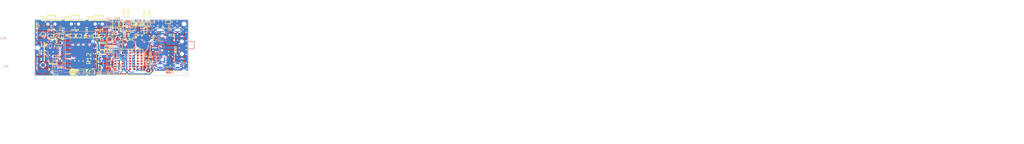
<source format=kicad_pcb>
(kicad_pcb (version 20240108) (generator "pcbnew") (generator_version "8.0")
  (layers (0 "F.Cu" signal) (1 "In1.Cu" signal "GND.Cu") (2 "In2.Cu" signal "VCC.Cu") (31 "B.Cu" signal) (34 "B.Paste" user) (35 "F.Paste" user) (36 "B.SilkS" user "B.Silkscreen") (37 "F.SilkS" user "F.Silkscreen") (38 "B.Mask" user) (39 "F.Mask" user) (44 "Edge.Cuts" user))
  (net 0 "")
  (net 1 "GND")
  (net 2 "Net-(U2-ANT)")
  (net 3 "/RESET")
  (net 4 "+3.3V")
  (net 5 "Net-(U2-P0.01)")
  (net 6 "Net-(U2-P0.00)")
  (net 7 "/BACKUP")
  (net 8 "Net-(C11-Pad1)")
  (net 9 "+BATT")
  (net 10 "VBUS")
  (net 11 "/RF_ANT")
  (net 12 "Net-(D1-K)")
  (net 13 "Net-(LED5-K)")
  (net 14 "Net-(LED5-A)")
  (net 15 "Net-(LED6-K)")
  (net 16 "Net-(U1-ALRT#)")
  (net 17 "Net-(USB1-CC1)")
  (net 18 "Net-(USB1-CC2)")
  (net 19 "Net-(U3-TXD)")
  (net 20 "/RX")
  (net 21 "Net-(U3-RXD)")
  (net 22 "/TX")
  (net 24 "Net-(U3-RESET_N)")
  (net 25 "/Max_RESET")
  (net 26 "/SCL")
  (net 28 "/SDA")
  (net 30 "Net-(U3-VCC_RF)")
  (net 32 "Net-(U1-QSTRT)")
  (net 33 "Net-(LED6-A)")
  (net 34 "/RADIO_BUSY")
  (net 37 "/RADIO_DIO_1")
  (net 38 "/SPI_MISO")
  (net 39 "/SWDI0")
  (net 40 "/SWCLK")
  (net 41 "/SPI_MOSI")
  (net 42 "/SPI_NSS")
  (net 43 "/SPI_SCLK")
  (net 45 "/RADIO_RESET")
  (net 46 "/D+")
  (net 48 "/D-")
  (net 50 "/GPS-EN")
  (net 56 "Net-(RF2-SIG)")
  (net 57 "Net-(RF1-SIG)")
  (net 58 "Net-(U3-VCC)")
  (net 67 "LEDA")
  (net 71 "LED_RED")
  (net 72 "LED_GREEM")
  (net 74 "LCD_SCL")
  (net 75 "LCD_SDA")
  (net 76 "LCD_CS")
  (net 77 "LCD_REST")
  (net 78 "LCD_DC")
  (net 79 "Net-(U2-VDDH)")
  (net 80 "KEY1")
  (net 81 "KEY2")
  (net 93 "Net-(U8-PROG)")
  (net 94 "VCC")
  (net 95 "Net-(Q1-G)")
  (net 96 "LEDK")
  (net 97 "VAA")
  (net 99 "Net-(R12-Pad1)")
  (footprint "UL_PCB_LIB:C0201" (layer "F.Cu") (at 201.913281 85.139013 90)
    (property "Reference" "C5")
    (property "Value" "12pF")
  )
  (footprint "座子接口:FFC-SMD_8P-P0.50_AFC42-S08FMA-1H" (layer "F.Cu") (at 190.216 81.0106 -90)
    (property "Reference" "U7")
    (property "Value" "AFC42-S08FMA-1H")
  )
  (footprint "TestPoint:TestPoint_Pad_D1.0mm" (layer "F.Cu") (at 204.186 78.0896)
    (property "Reference" "GND1")
    (property "Value" "TEXT")
  )
  (footprint "UL_PCB_LIB:R0201" (layer "F.Cu") (at 200.896 77.2006 180)
    (property "Reference" "R7")
    (property "Value" "10K")
  )
  (footprint "UL_PCB_LIB:LED-SMD_L0.7-W0.4-RD_GREEN" (layer "F.Cu") (at 212.9998 74.4574 90)
    (property "Reference" "LED1")
    (property "Value" "XL-0201UGC")
  )
  (footprint "UL_PCB_LIB:C0201" (layer "F.Cu") (at 197.4296 86.0144)
    (property "Reference" "C28")
    (property "Value" "100nF")
  )
  (footprint "UL_PCB_LIB:LED-SMD_L0.7-W0.4-RD_BLUE" (layer "F.Cu") (at 213.7872 74.4574 90)
    (property "Reference" "LED2")
    (property "Value" "XL-0201UBC")
  )
  (footprint "UL_PCB_LIB:C0201" (layer "F.Cu") (at 200.032 86.0266)
    (property "Reference" "C29")
    (property "Value" "100nF")
  )
  (footprint "按键:SW-SMD_TS24CA" (layer "F.Cu") (at 190.216 75.1556)
    (property "Reference" "SW1")
    (property "Value" "TS24CA")
  )
  (footprint "LHH:UL-840" (layer "F.Cu") (at 208.783995 83.53148 180)
    (property "Reference" "U2")
    (property "Value" "UL840")
  )
  (footprint "USES_Library:DFN-4" (layer "F.Cu") (at 190.7494 85.6896 90)
    (property "Reference" "U10")
    (property "Value" "DIO7330B" (hide yes))
  )
  (footprint "芯片:DFN-8_L2.0-W2.0-P0.50-BL-EP" (layer "F.Cu") (at 211.132 75.9346 90)
    (property "Reference" "U8")
    (property "Value" "LGS4056HDA")
  )
  (footprint "UL_PCB_LIB:R0201" (layer "F.Cu") (at 208.8342 75.5242 -90)
    (property "Reference" "R9")
    (property "Value" "1K")
  )
  (footprint "UL_PCB_LIB:C0201" (layer "F.Cu") (at 205.73 75.725003)
    (property "Reference" "C13")
    (property "Value" "105")
  )
  (footprint "TestPoint:TestPoint_Pad_D1.0mm" (layer "F.Cu") (at 213.584 83.6526 -90)
    (property "Reference" "DIO1")
    (property "Value" "TEXT")
  )
  (footprint "UL_PCB_LIB:C0201" (layer "F.Cu") (at 211.826 74.252749 180)
    (property "Reference" "C4")
    (property "Value" "1uF")
  )
  (footprint "UL_PCB_LIB:R0201" (layer "F.Cu") (at 203.678 80.9598 180)
    (property "Reference" "R4")
    (property "Value" "0R/NC")
  )
  (footprint "UL_PCB_LIB:R0201" (layer "F.Cu") (at 195.308 77.2006 180)
    (property "Reference" "R8")
    (property "Value" "10K")
  )
  (footprint "按键:SW-SMD_TS24CA" (layer "F.Cu") (at 195.907 75.1556)
    (property "Reference" "SW3")
    (property "Value" "TS24CA")
  )
  (footprint "UL_PCB_LIB:C0201" (layer "F.Cu") (at 210.26852 74.240979)
    (property "Reference" "C8")
    (property "Value" "1uF")
  )
  (footprint "UL_PCB_LIB:C0201" (layer "F.Cu") (at 196.812 77.2006 180)
    (property "Reference" "C2")
    (property "Value" "100nF")
  )
  (footprint "UL_PCB_LIB:LED-SMD_L0.65-W0.35-P0.41_XL-0201SURC" (layer "F.Cu") (at 208.5802 74.214889 -90)
    (property "Reference" "LED5")
    (property "Value" "XL-0201SURC")
  )
  (footprint "UL_PCB_LIB:R0201" (layer "F.Cu") (at 202.4842 81.1764 90)
    (property "Reference" "R12")
    (property "Value" "0R")
  )
  (footprint "Connector_USB:USB_C_Receptacle_GCT_USB4105-xx-A_16P_TopMnt_Horizontal" (layer "F.Cu") (at 219.551561 80.1026 90)
    (property "Reference" "USB1")
    (property "Value" "type-16pin")
  )
  (footprint "UL_PCB_LIB:C0201" (layer "F.Cu") (at 201.933281 82.853013 -90)
    (property "Reference" "C6")
    (property "Value" "12pF")
  )
  (footprint "UL_PCB_LIB:C0201" (layer "F.Cu") (at 189.982 77.2006 180)
    (property "Reference" "C3")
    (property "Value" "100nF")
  )
  (footprint "UL_PCB_LIB:R0201" (layer "F.Cu") (at 191.474 77.2006)
    (property "Reference" "R6")
    (property "Value" "10K")
  )
  (footprint "智能手环_Library:RT9073A-33GQZ" (layer "F.Cu") (at 205.711524 74.400515)
    (property "Reference" "U5")
    (property "Value" "RT9073A-33GQZ")
  )
  (footprint "LHH:UL62" (layer "F.Cu") (at 197.328 81.5266 180)
    (property "Reference" "U6")
    (property "Value" "HJ-68LR(12)")
  )
  (footprint "UL_PCB_LIB:R0201" (layer "F.Cu") (at 218.398 73.8986 180)
    (property "Reference" "R11")
    (property "Value" "499R")
  )
  (footprint "按键:SW-SMD_TS24CA" (layer "F.Cu") (at 201.646 75.1556)
    (property "Reference" "SW2")
    (property "Value" "TS24CA")
  )
  (footprint "TestPoint:TestPoint_Pad_D1.0mm" (layer "F.Cu") (at 206.218 78.0896)
    (property "Reference" "+3.3V1")
    (property "Value" "TEXT")
  )
  (footprint "UL_PCB_LIB:LED-SMD_L0.7-W0.4-RD_GREEN" (layer "F.Cu") (at 207.869 74.2288 -90)
    (property "Reference" "LED6")
    (property "Value" "XL-0201UGC/NC")
  )
  (footprint "Crystal:Crystal_SMD_3215-2Pin_3.2x1.5mm" (layer "F.Cu") (at 203.6018 84.0386 -90)
    (property "Reference" "Y1")
    (property "Value" "32.768kHz" (hide yes))
  )
  (footprint "UL_PCB_LIB:R0201" (layer "F.Cu") (at 203.678 79.9946 180)
    (property "Reference" "R2")
    (property "Value" "0R")
  )
  (footprint "TestPoint:TestPoint_Pad_D1.0mm" (layer "F.Cu") (at 213.584 85.6526 -90)
    (property "Reference" "CLK1")
    (property "Value" "TEXT")
  )
  (footprint "UL_PCB_LIB:C0201" (layer "F.Cu") (at 202.4454 77.2006 180)
    (property "Reference" "C1")
    (property "Value" "100nF")
  )
  (footprint "UL_PCB_LIB:R0201" (layer "F.Cu") (at 207.891737 75.524505 -90)
    (property "Reference" "R10")
    (property "Value" "1K/NC")
  )
  (footprint "UL_PCB_LIB:C0201" (layer "F.Cu") (at 206.98 74.3866 -90)
    (property "Reference" "C9")
    (property "Value" "105")
  )
  (footprint "UL_PCB_LIB:R0201" (layer "F.Cu") (at 212.893226 75.893975 -90)
    (property "Reference" "R3")
    (property "Value" "9K")
  )
  (footprint "UL_PCB_LIB:R0201" (layer "F.Cu") (at 218.398 86.116 180)
    (property "Reference" "R5")
    (property "Value" "499R")
  )
  (footprint "LHH:DFN-4" (layer "B.Cu") (at 205.182 83.5586 180)
    (property "Reference" "U4")
    (property "Value" "DIO7330B" (hide yes))
  )
  (footprint "UL_PCB_LIB:R0201" (layer "B.Cu") (at 213.201825 82.811138 90)
    (property "Reference" "R24")
    (property "Value" "4.7K")
  )
  (footprint "UL_PCB_LIB:R0201" (layer "B.Cu") (at 204.409802 79.095797)
    (property "Reference" "R14")
    (property "Value" "33")
  )
  (footprint "USES_Library:1P_TEST" (layer "B.Cu") (at 218.512 83.8554 -90)
    (property "Reference" "GND2")
    (property "Value" "GND")
  )
  (footprint "LHH:IPEX" (layer "B.Cu") (at 188.472182 76.897578 180)
    (property "Reference" "RF2")
    (property "Value" "IPEX(1代)" (hide yes))
  )
  (footprint "UL_PCB_LIB:C0201" (layer "B.Cu") (at 192.248 83.8046)
    (property "Reference" "C11")
    (property "Value" "10nF")
  )
  (footprint "UL_PCB_LIB:R0201" (layer "B.Cu") (at 206.726 79.7406)
    (property "Reference" "R1")
    (property "Value" "3.3K")
  )
  (footprint "Diode_SMD:D_SOD-523" (layer "B.Cu") (at 209.727829 74.9146 90)
    (property "Reference" "D2")
    (property "Value" "LRB521S-40T1G")
  )
  (footprint "Package_TO_SOT_SMD:SOT-723" (layer "B.Cu") (at 211.472623 75.127753 90)
    (property "Reference" "Q1")
    (property "Value" "CJ3139K")
  )
  (footprint "UL_PCB_LIB:R0201" (layer "B.Cu") (at 213.029829 75.3606 -90)
    (property "Reference" "R16")
    (property "Value" "100R")
  )
  (footprint "Diode_SMD:D_SOD-523" (layer "B.Cu") (at 208.25 74.917215 90)
    (property "Reference" "D3")
    (property "Value" "LRB521S-40T1G")
  )
  (footprint "UL_PCB_LIB:R0201" (layer "B.Cu") (at 216.0224 82.802 90)
    (property "Reference" "R26")
    (property "Value" "4.7K")
  )
  (footprint "UL_PCB_LIB:L0201" (layer "B.Cu") (at 190.978 84.0386 -90)
    (property "Reference" "L3")
    (property "Value" "2.66R VHF060303H68NJT")
  )
  (footprint "UL_PCB_LIB:R0201" (layer "B.Cu") (at 214.045829 75.3606 -90)
    (property "Reference" "R18")
    (property "Value" "10K")
  )
  (footprint "LHH:MAX-M10S" (layer "B.Cu") (at 193.962 85.545403)
    (property "Reference" "U3")
    (property "Value" "MAX-M10S-00B-01" (hide yes))
  )
  (footprint "TestPoint:TestPoint_Pad_D1.0mm" (layer "B.Cu") (at 204.1606 74.3304 180)
    (property "Reference" "TX1")
    (property "Value" "TEXT" (hide yes))
  )
  (footprint "UL_PCB_LIB:C0201" (layer "B.Cu") (at 204.3384 82.179)
    (property "Reference" "C10")
    (property "Value" "100nF")
  )
  (footprint "UL_PCB_LIB:L0201" (layer "B.Cu") (at 192.2734 77.1698 90)
    (property "Reference" "L10")
    (property "Value" "9.1nH")
  )
  (footprint "UL_PCB_LIB:C0201" (layer "B.Cu") (at 191.1812 76.6218 90)
    (property "Reference" "C30")
    (property "Value" "3.3pF")
  )
  (footprint "UL_PCB_LIB:C0201" (layer "B.Cu") (at 191.994 78.9586 180)
    (property "Reference" "C31")
    (property "Value" "3.3pF")
  )
  (footprint "UL_PCB_LIB:C0201" (layer "B.Cu") (at 205.583 81.9304 -90)
    (property "Reference" "C14")
    (property "Value" "105")
  )
  (footprint "LHH:IPEX" (layer "B.Cu") (at 188.438 84.312599 180)
    (property "Reference" "RF1")
    (property "Value" "IPEX(1代)" (hide yes))
  )
  (footprint "按键:SW-SMD_MSK12CO2" (layer "B.Cu") (at 221.3529 80.0962 -90)
    (property "Reference" "U9")
    (property "Value" "MINI_MSK12CO2")
  )
  (footprint "UL_PCB_LIB:C0201" (layer "B.Cu") (at 215.108 77.9426 90)
    (property "Reference" "C12")
    (property "Value" "1uF")
  )
  (footprint "TestPoint:TestPoint_Pad_D1.0mm" (layer "B.Cu") (at 206.1926 74.3304 180)
    (property "Reference" "RX1")
    (property "Value" "TEXT")
  )
  (footprint "UL_PCB_LIB:R0201" (layer "B.Cu") (at 204.421802 78.079797)
    (property "Reference" "R13")
    (property "Value" "33")
  )
  (footprint "Diode_SMD:D_SOD-523" (layer "B.Cu") (at 206.935 77.3022 180)
    (property "Reference" "D1")
    (property "Value" "LRB521S-40T1G")
  )
  (footprint "UL_PCB_LIB:R0201" (layer "B.Cu") (at 190.966 82.5346 90)
    (property "Reference" "R21")
    (property "Value" "10R")
  )
  (footprint "USES_Library:1P_TEST" (layer "B.Cu") (at 218.512 77.9368 -90)
    (property "Reference" "VBAT1")
    (property "Value" "BAT")
  )
  (footprint "UL_PCB_LIB:R0201" (layer "B.Cu") (at 204.44 85.699797)
    (property "Reference" "R17")
    (property "Value" "33")
  )
  (footprint "LHH:DFN-8-2x2-P0.5" (layer "B.Cu") (at 213.9904 81.914514)
    (property "Reference" "U1")
    (property "Value" "MAX17048G+T10")
  )
  (footprint "UL_PCB_LIB:C0201" (layer "B.Cu") (at 206.706 78.7246 180)
    (property "Reference" "C7")
    (property "Value" "1uF")
  )
  (footprint "UL_PCB_LIB:R0201" (layer "B.Cu") (at 214.141625 82.811138 90)
    (property "Reference" "R25")
    (property "Value" "4.7K")
  )
  (footprint "LHH:CAP-SMD_2P-L4.8-W4.8-TR" (layer "B.Cu") (at 211.298 79.2326 -90)
    (property "Reference" "B1")
    (property "Value" "XH414H-IV01E 3.3V0.08F" (hide yes))
  )
  (footprint "UL_PCB_LIB:R0201" (layer "B.Cu") (at 215.081425 82.802 -90)
    (property "Reference" "R27")
    (property "Value" "10K")
  )
  (gr_line (start 186.236 73.3526) (end 186.236 86.8526) (stroke (width 0.1)) (layer "Edge.Cuts"))
  (gr_line (start 186.236 86.8526) (end 223.236 86.8526) (stroke (width 0.1)) (layer "Edge.Cuts"))
  (gr_circle (center 222.236 74.3526) (end 222.786 74.3526) (stroke (width 0.1)) (fill none) (layer "Edge.Cuts"))
  (gr_line (start 223.236 86.8526) (end 223.236 73.3526) (stroke (width 0.1)) (layer "Edge.Cuts"))
  (gr_line (start 223.236 73.3526) (end 186.236 73.3526) (stroke (width 0.1)) (layer "Edge.Cuts"))
  (gr_circle (center 222.236 85.8526) (end 222.786 85.8526) (stroke (width 0.1)) (fill none) (layer "Edge.Cuts"))
  (gr_circle (center 186.9306 80.1026) (end 187.4806 80.1026) (stroke (width 0.1)) (fill none) (layer "Edge.Cuts"))
  (gr_text "GPS" (at 189.7588 82.1028 0) (layer "B.SilkS") (effects (font (size 1 1)) (justify left bottom mirror)))
  (gr_text "LORA" (at 191.3844 80.2486 0) (layer "B.SilkS") (effects (font (size 1 1)) (justify left bottom mirror)))
  (gr_text "1" (at 187.4474 79.1818 0) (layer "F.SilkS") (effects (font (size 0.5 0.5) (thickness 0.125)) (justify left bottom)))
  (gr_text "8" (at 187.4474 83.2204 0) (layer "F.SilkS") (effects (font (size 0.5 0.5) (thickness 0.125)) (justify left bottom)))
  (gr_text "KEY1" (at 199.0298 76.9212 90) (layer "F.SilkS") (effects (font (size 0.5 0.5) (thickness 0.125)) (justify left bottom)))
  (gr_text "KEY2" (at 193.423196 77.090746 90) (layer "F.SilkS") (effects (font (size 0.5 0.5) (thickness 0.125)) (justify left bottom)))
  (gr_text "REST" (at 187.1426 75.702 90) (layer "F.SilkS") (effects (font (size 0.5 0.5) (thickness 0.125)) (justify left bottom)))
  (segment (start 205.64401 85.47079) (end 205.075 86.0398) (width 0.2) (layer "F.Cu") (net 1))
  (segment (start 218.64 86.116) (end 218.64 85.0224) (width 0.4) (layer "F.Cu") (net 1))
  (segment (start 195.0928 84.9118) (end 195.378 84.6266) (width 0.4) (layer "F.Cu") (net 1))
  (segment (start 190.099098 84.988302) (end 189.7588 85.3286) (width 0.4) (layer "F.Cu") (net 1))
  (segment (start 191.228 85.238302) (end 190.978 84.988302) (width 0.3) (layer "F.Cu") (net 1))
  (segment (start 211.3916 76.6846) (end 211.0948 76.3878) (width 0.2) (layer "F.Cu") (net 1))
  (segment (start 219.2482 84.4142) (end 219.2398 84.4226) (width 0.4) (layer "F.Cu") (net 1))
  (segment (start 212.9998 75.545401) (end 212.893226 75.651975) (width 0.3) (layer "F.Cu") (net 1))
  (segment (start 197.582 75.0056) (end 198.207 74.3806) (width 0.2) (layer "F.Cu") (net 1))
  (segment (start 212.9998 74.7074) (end 212.9998 75.545401) (width 0.3) (layer "F.Cu") (net 1))
  (segment (start 211.0948 76.3878) (end 211.0948 73.7462) (width 0.4) (layer "F.Cu") (net 1))
  (segment (start 218.9434 84.719) (end 218.9434 84.4142) (width 0.4) (layer "F.Cu") (net 1))
  (segment (start 199.278 84.6266) (end 199.278 85.055) (width 0.4) (layer "F.Cu") (net 1))
  (segment (start 190.9526 79.766) (end 190.5208 80.1978) (width 0.4) (layer "F.Cu") (net 1))
  (segment (start 197.582 75.9306) (end 197.582 75.0056) (width 0.2) (layer "F.Cu") (net 1))
  (segment (start 192.9084 74.773) (end 192.516 74.3806) (width 0.2) (layer "F.Cu") (net 1))
  (segment (start 201.4682 86.0398) (end 201.138 85.7096) (width 0.2) (layer "F.Cu") (net 1))
  (segment (start 191.831502 84.988302) (end 190.978 84.988302) (width 0.4) (layer "F.Cu") (net 1))
  (segment (start 212.06 75.6846) (end 211.382 75.6846) (width 0.4) (layer "F.Cu") (net 1))
  (segment (start 205.418 85.2906) (end 205.64401 85.2906) (width 0.2) (layer "F.Cu") (net 1))
  (segment (start 190.978 84.988302) (end 190.099098 84.988302) (width 0.4) (layer "F.Cu") (net 1))
  (segment (start 212.9998 74.7074) (end 213.7872 74.7074) (width 0.3) (layer "F.Cu") (net 1))
  (segment (start 215.871561 83.3026) (end 214.822759 83.3026) (width 0.3) (layer "F.Cu") (net 1))
  (segment (start 211.0948 73.7462) (end 211.171 73.67) (width 0.4) (layer "F.Cu") (net 1))
  (segment (start 191.228 85.6133) (end 191.228 85.238302) (width 0.3) (layer "F.Cu") (net 1))
  (segment (start 188.819 84.2872) (end 189.7588 85.227) (width 0.4) (layer "F.Cu") (net 1))
  (segment (start 214.822759 83.3026) (end 214.6508 83.474559) (width 0.3) (layer "F.Cu") (net 1))
  (segment (start 219.2398 84.4226) (end 220.626561 84.4226) (width 0.4) (layer "F.Cu") (net 1))
  (segment (start 198.8266 75.7782) (end 198.8266 75.0002) (width 0.2) (layer "F.Cu") (net 1))
  (segment (start 190.958 79.7606) (end 190.9526 79.766) (width 0.4) (layer "F.Cu") (net 1))
  (segment (start 192.9084 76.0068) (end 193.1624 76.0068) (width 0.2) (layer "F.Cu") (net 1))
  (segment (start 193.3402 75.829) (end 193.3402 74.6474) (width 0.2) (layer "F.Cu") (net 1))
  (segment (start 218.64 85.0224) (end 218.9434 84.719) (width 0.4) (layer "F.Cu") (net 1))
  (segment (start 218.9434 84.4142) (end 219.2482 84.4142) (width 0.4) (layer "F.Cu") (net 1))
  (segment (start 211.382 75.6846) (end 211.132 75.9346) (width 0.4) (layer "F.Cu") (net 1))
  (segment (start 205.1004 84.352) (end 205.1004 84.973) (width 0.2) (layer "F.Cu") (net 1))
  (segment (start 192.9084 76.0068) (end 192.9084 74.773) (width 0.2) (layer "F.Cu") (net 1))
  (segment (start 193.1624 76.0068) (end 193.3402 75.829) (width 0.2) (layer "F.Cu") (net 1))
  (segment (start 201.138 85.7096) (end 201.138 84.9984) (width 0.2) (layer "F.Cu") (net 1))
  (segment (start 190.5208 80.9852) (end 190.6224 81.0868) (width 0.4) (layer "F.Cu") (net 1))
  (segment (start 199.758 86.0266) (end 199.758 85.1066) (width 0.4) (layer "F.Cu") (net 1))
  (segment (start 197.7036 86.0144) (end 197.7036 84.901) (width 0.4) (layer "F.Cu") (net 1))
  (segment (start 195.0928 85.4556) (end 195.0928 84.9118) (width 0.4) (layer "F.Cu") (net 1))
  (segment (start 204.557 83.8086) (end 205.1004 84.352) (width 0.2) (layer "F.Cu") (net 1))
  (segment (start 191.867 85.0238) (end 191.831502 84.988302) (width 0.4) (layer "F.Cu") (net 1))
  (segment (start 202.7194 77.2006) (end 203.297 77.2006) (width 0.4) (layer "F.Cu") (net 1))
  (segment (start 197.7036 84.901) (end 197.978 84.6266) (width 0.4) (layer "F.Cu") (net 1))
  (segment (start 201.271387 84.865013) (end 201.913281 84.865013) (width 0.2) (layer "F.Cu") (net 1))
  (segment (start 205.075 86.0398) (end 201.4682 86.0398) (width 0.2) (layer "F.Cu") (net 1))
  (segment (start 198.8266 75.0002) (end 198.207 74.3806) (width 0.2) (layer "F.Cu") (net 1))
  (segment (start 212.06 76.6846) (end 211.3916 76.6846) (width 0.2) (layer "F.Cu") (net 1))
  (segment (start 201.138 84.9984) (end 201.271387 84.865013) (width 0.2) (layer "F.Cu") (net 1))
  (segment (start 199.278 85.055) (end 198.7758 85.5572) (width 0.4) (layer "F.Cu") (net 1))
  (segment (start 189.7588 85.227) (end 189.7588 85.3286) (width 0.4) (layer "F.Cu") (net 1))
  (segment (start 199.758 85.1066) (end 199.278 84.6266) (width 0.4) (layer "F.Cu") (net 1))
  (segment (start 193.3402 74.6474) (end 193.607 74.3806) (width 0.2) (layer "F.Cu") (net 1))
  (segment (start 203.297 77.2006) (end 204.186 78.0896) (width 0.4) (layer "F.Cu") (net 1))
  (segment (start 190.5208 80.1978) (end 190.5208 80.9852) (width 0.4) (layer "F.Cu") (net 1))
  (segment (start 205.64401 85.2906) (end 205.64401 85.47079) (width 0.2) (layer "F.Cu") (net 1))
  (segment (start 205.1004 84.973) (end 205.418 85.2906) (width 0.2) (layer "F.Cu") (net 1))
  (via (at 214.1936 76.4132) (size 0.4) (drill 0.3) (layers "F.Cu" "B.Cu") (net 1))
  (via (at 220.6452 78.2928) (size 0.4) (drill 0.3) (layers "F.Cu" "B.Cu") (net 1))
  (via (at 195.9056 74.305) (size 0.4) (drill 0.3) (layers "F.Cu" "B.Cu") (net 1))
  (via (at 188.184 84.9222) (size 0.4) (drill 0.3) (layers "F.Cu" "B.Cu") (net 1))
  (via (at 206.8022 75.3972) (size 0.4) (drill 0.3) (layers "F.Cu" "B.Cu") (net 1))
  (via (at 221.0262 81.0614) (size 0.4) (drill 0.3) (layers "F.Cu" "B.Cu") (net 1))
  (via (at 221.1024 79.131) (size 0.4) (drill 0.3) (layers "F.Cu" "B.Cu") (net 1))
  (via (at 186.66 78.877) (size 0.4) (drill 0.3) (layers "F.Cu" "B.Cu") (net 1))
  (via (at 215.0064 73.67) (size 0.4) (drill 0.3) (layers "F.Cu" "B.Cu") (net 1))
  (via (at 206.0402 76.2354) (size 0.4) (drill 0.3) (layers "F.Cu" "B.Cu") (net 1))
  (via (at 196.2104 76.1338) (size 0.4) (drill 0.3) (layers "F.Cu" "B.Cu") (net 1))
  (via (at 195.8802 75.2702) (size 0.4) (drill 0.3) (layers "F.Cu" "B.Cu") (net 1))
  (via (at 201.6714 74.2542) (size 0.4) (drill 0.3) (layers "F.Cu" "B.Cu") (net 1))
  (via (at 190.851 75.5496) (size 0.4) (drill 0.3) (layers "F.Cu" "B.Cu") (net 1))
  (via (at 195.0928 85.4556) (size 0.4) (drill 0.3) (layers "F.Cu" "B.Cu") (net 1))
  (via (at 221.0516 80.147) (size 0.4) (drill 0.3) (layers "F.Cu" "B.Cu") (net 1))
  (via (at 201.5698 83.6522) (size 0.4) (drill 0.3) (layers "F.Cu" "B.Cu") (net 1))
  (via (at 190.1652 73.8224) (size 0.4) (drill 0.3) (layers "F.Cu" "B.Cu") (net 1))
  (via (at 204.948 75.2702) (size 0.4) (drill 0.3) (layers "F.Cu" "B.Cu") (net 1))
  (via (at 212.06 77.2514) (size 0.4) (drill 0.3) (layers "F.Cu" "B.Cu") (net 1))
  (via (at 222.7788 81.6964) (size 0.4) (drill 0.3) (layers "F.Cu" "B.Cu") (net 1))
  (via (at 213.9396 77.226) (size 0.4) (drill 0.3) (layers "F.Cu" "B.Cu") (net 1))
  (via (at 214.9048 77.1244) (size 0.4) (drill 0.3) (layers "F.Cu" "B.Cu") (net 1))
  (via (at 219.7308 78.2674) (size 0.4) (drill 0.3) (layers "F.Cu" "B.Cu") (net 1))
  (via (at 192.6798 85.0492) (size 0.4) (drill 0.3) (layers "F.Cu" "B.Cu") (net 1))
  (via (at 221.9914 75.7528) (size 0.4) (drill 0.3) (layers "F.Cu" "B.Cu") (net 1))
  (via (at 192.756 83.195) (size 0.4) (drill 0.3) (layers "F.Cu" "B.Cu") (net 1))
  (via (at 187.3966 77.0228) (size 0.4) (drill 0.3) (layers "F.Cu" "B.Cu") (net 1))
  (via (at 222.728 80.6042) (size 0.4) (drill 0.3) (layers "F.Cu" "B.Cu") (net 1))
  (via (at 192.883 78.0642) (size 0.4) (drill 0.3) (layers "F.Cu" "B.Cu") (net 1))
  (via (at 189.7588 85.3286) (size 0.4) (drill 0.3) (layers "F.Cu" "B.Cu") (net 1))
  (via (at 219.7308 83.2712) (size 0.4) (drill 0.3) (layers "F.Cu" "B.Cu") (net 1))
  (via (at 220.6198 85.2778) (size 0.4) (drill 0.3) (layers "F.Cu" "B.Cu") (net 1))
  (via (at 222.8042 83.8554) (size 0.4) (drill 0.3) (layers "F.Cu" "B.Cu") (net 1))
  (via (at 188.7174 81.7218) (size 0.4) (drill 0.3) (layers "F.Cu" "B.Cu") (net 1))
  (via (at 192.9084 76.0068) (size 0.4) (drill 0.3) (layers "F.Cu" "B.Cu") (net 1))
  (via (at 211.0948 76.3878) (size 0.4) (drill 0.3) (layers "F.Cu" "B.Cu") (net 1))
  (via (at 204.8972 73.6446) (size 0.4) (drill 0.3) (layers "F.Cu" "B.Cu") (net 1))
  (via (at 217.0638 73.67) (size 0.4) (drill 0.3) (layers "F.Cu" "B.Cu") (net 1))
  (via (at 201.5952 84.2618) (size 0.4) (drill 0.3) (layers "F.Cu" "B.Cu") (net 1))
  (via (at 222.7534 78.4452) (size 0.4) (drill 0.3) (layers "F.Cu" "B.Cu") (net 1))
  (via (at 190.216 76.0322) (size 0.4) (drill 0.3) (layers "F.Cu" "B.Cu") (net 1))
  (via (at 222.8804 85.1762) (size 0.4) (drill 0.3) (layers "F.Cu" "B.Cu") (net 1))
  (via (at 186.8124 83.8808) (size 0.4) (drill 0.3) (layers "F.Cu" "B.Cu") (net 1))
  (via (at 206.9292 77.3022) (size 0.4) (drill 0.3) (layers "F.Cu" "B.Cu") (net 1))
  (via (at 218.9434 84.4142) (size 0.4) (drill 0.3) (layers "F.Cu" "B.Cu") (net 1))
  (via (at 221.7628 82.6616) (size 0.4) (drill 0.3) (layers "F.Cu" "B.Cu") (net 1))
  (via (at 222.7534 79.639) (size 0.4) (drill 0.3) (layers "F.Cu" "B.Cu") (net 1))
  (via (at 187.4982 84.3126) (size 0.4) (drill 0.3) (layers "F.Cu" "B.Cu") (net 1))
  (via (at 197.8614 83.322) (size 0.4) (drill 0.3) (layers "F.Cu" "B.Cu") (net 1))
  (via (at 196.7946 83.2966) (size 0.4) (drill 0.3) (layers "F.Cu" "B.Cu") (net 1))
  (via (at 186.7362 74.3812) (size 0.4) (drill 0.3) (layers "F.Cu" "B.Cu") (net 1))
  (via (at 214.073 84.6936) (size 0.4) (drill 0.3) (layers "F.Cu" "B.Cu") (net 1))
  (via (at 190.6224 81.0868) (size 0.4) (drill 0.3) (layers "F.Cu" "B.Cu") (net 1))
  (via (at 214.727 80.7566) (size 0.4) (drill 0.3) (layers "F.Cu" "B.Cu") (net 1))
  (via (at 216.4034 85.3032) (size 0.4) (drill 0.3) (layers "F.Cu" "B.Cu") (net 1))
  (via (at 190.1652 74.8384) (size 0.4) (drill 0.3) (layers "F.Cu" "B.Cu") (net 1))
  (via (at 214.854 75.7782) (size 0.4) (drill 0.3) (layers "F.Cu" "B.Cu") (net 1))
  (via (at 188.8698 77.0228) (size 0.4) (drill 0.3) (layers "F.Cu" "B.Cu") (net 1))
  (via (at 216.0224 73.67) (size 0.4) (drill 0.3) (layers "F.Cu" "B.Cu") (net 1))
  (via (at 204.557 83.8086) (size 0.4) (drill 0.3) (layers "F.Cu" "B.Cu") (net 1))
  (via (at 217.1146 74.7876) (size 0.4) (drill 0.3) (layers "F.Cu" "B.Cu") (net 1))
  (via (at 211.1202 77.2006) (size 0.4) (drill 0.3) (layers "F.Cu" "B.Cu") (net 1))
  (via (at 188.692 80.782) (size 0.4) (drill 0.3) (layers "F.Cu" "B.Cu") (net 1))
  (via (at 188.7428 73.8478) (size 0.4) (drill 0.3) (layers "F.Cu" "B.Cu") (net 1))
  (via (at 187.7776 81.6964) (size 0.4) (drill 0.3) (layers "F.Cu" "B.Cu") (net 1))
  (via (at 215.5398 85.3794) (size 0.4) (drill 0.3) (layers "F.Cu" "B.Cu") (net 1))
  (via (at 214.6508 83.474559) (size 0.4) (drill 0.3) (layers "F.Cu" "B.Cu") (net 1))
  (via (at 219.1212 75.7528) (size 0.4) (drill 0.3) (layers "F.Cu" "B.Cu") (net 1))
  (via (at 220.569 74.6352) (size 0.4) (drill 0.3) (layers "F.Cu" "B.Cu") (net 1))
  (via (at 188.184 83.6776) (size 0.4) (drill 0.3) (layers "F.Cu" "B.Cu") (net 1))
  (via (at 199.0298 83.2712) (size 0.4) (drill 0.3) (layers "F.Cu" "B.Cu") (net 1))
  (via (at 222.0676 84.6428) (size 0.4) (drill 0.3) (layers "F.Cu" "B.Cu") (net 1))
  (via (at 211.171 73.67) (size 0.4) (drill 0.3) (layers "F.Cu" "B.Cu") (net 1))
  (via (at 222.728 76.3878) (size 0.4) (drill 0.3) (layers "F.Cu" "B.Cu") (net 1))
  (via (at 186.6346 84.9984) (size 0.4) (drill 0.3) (layers "F.Cu" "B.Cu") (net 1))
  (via (at 206.9292 76.1084) (size 0.4) (drill 0.3) (layers "F.Cu" "B.Cu") (net 1))
  (via (at 189.7842 81.8996) (size 0.4) (drill 0.3) (layers "F.Cu" "B.Cu") (net 1))
  (via (at 207.8182 76.337) (size 0.4) (drill 0.3) (layers "F.Cu" "B.Cu") (net 1))
  (via (at 219.3752 74.7622) (size 0.4) (drill 0.3) (layers "F.Cu" "B.Cu") (net 1))
  (via (at 219.7054 77.3276) (size 0.4) (drill 0.3) (layers "F.Cu" "B.Cu") (net 1))
  (via (at 220.569 73.7716) (size 0.4) (drill 0.3) (layers "F.Cu" "B.Cu") (net 1))
  (via (at 215.9462 74.7114) (size 0.4) (drill 0.3) (layers "F.Cu" "B.Cu") (net 1))
  (via (at 190.9526 79.766) (size 0.4) (drill 0.3) (layers "F.Cu" "B.Cu") (net 1))
  (via (at 191.613 83.2458) (size 0.4) (drill 0.3) (layers "F.Cu" "B.Cu") (net 1))
  (via (at 198.7758 85.5572) (size 0.4) (drill 0.3) (layers "F.Cu" "B.Cu") (net 1))
  (via (at 186.8124 82.687) (size 0.4) (drill 0.3) (layers "F.Cu" "B.Cu") (net 1))
  (via (at 188.692 79.6136) (size 0.4) (drill 0.3) (layers "F.Cu" "B.Cu") (net 1))
  (via (at 204.948 76.8958) (size 0.4) (drill 0.3) (layers "F.Cu" "B.Cu") (net 1))
  (via (at 187.803 80.782) (size 0.4) (drill 0.3) (layers "F.Cu" "B.Cu") (net 1))
  (via (at 186.6092 76.4132) (size 0.4) (drill 0.3) (layers "F.Cu" "B.Cu") (net 1))
  (via (at 198.8266 75.7782) (size 0.4) (drill 0.3) (layers "F.Cu" "B.Cu") (net 1))
  (via (at 201.0364 75.1432) (size 0.4) (drill 0.3) (layers "F.Cu" "B.Cu") (net 1))
  (via (at 195.9056 83.2712) (size 0.4) (drill 0.3) (layers "F.Cu" "B.Cu") (net 1))
  (via (at 220.569 81.8996) (size 0.4) (drill 0.3) (layers "F.Cu" "B.Cu") (net 1))
  (via (at 218.4862 81.036) (size 0.4) (drill 0.3) (layers "F.Cu" "B.Cu") (net 1))
  (via (at 218.4862 81.8742) (size 0.4) (drill 0.3) (layers "F.Cu" "B.Cu") (net 1))
  (via (at 220.6452 76.7942) (size 0.4) (drill 0.3) (layers "F.Cu" "B.Cu") (net 1))
  (via (at 221.6612 77.3276) (size 0.4) (drill 0.3) (layers "F.Cu" "B.Cu") (net 1))
  (via (at 189.8858 80.2232) (size 0.4) (drill 0.3) (layers "F.Cu" "B.Cu") (net 1))
  (via (at 217.5464 76.5656) (size 0.4) (drill 0.3) (layers "F.Cu" "B.Cu") (net 1))
  (via (at 214.9048 74.8638) (size 0.4) (drill 0.3) (layers "F.Cu" "B.Cu") (net 1))
  (via (at 219.426 82.2806) (size 0.4) (drill 0.3) (layers "F.Cu" "B.Cu") (net 1))
  (via (at 201.9762 76.2608) (size 0.4) (drill 0.3) (layers "F.Cu" "B.Cu") (net 1))
  (via (at 221.6358 83.4998) (size 0.4) (drill 0.3) (layers "F.Cu" "B.Cu") (net 1))
  (via (at 186.66 75.4734) (size 0.4) (drill 0.3) (layers "F.Cu" "B.Cu") (net 1))
  (via (at 219.3244 73.8224) (size 0.4) (drill 0.3) (layers "F.Cu" "B.Cu") (net 1))
  (via (at 190.0636 78.5976) (size 0.4) (drill 0.3) (layers "F.Cu" "B.Cu") (net 1))
  (via (at 187.803 79.6136) (size 0.4) (drill 0.3) (layers "F.Cu" "B.Cu") (net 1))
  (via (at 208.0214 78.0642) (size 0.4) (drill 0.3) (layers "F.Cu" "B.Cu") (net 1))
  (via (at 204.0336 76.8958) (size 0.4) (drill 0.3) (layers "F.Cu" "B.Cu") (net 1))
  (via (at 186.7362 81.8234) (size 0.4) (drill 0.3) (layers "F.Cu" "B.Cu") (net 1))
  (via (at 222.728 75.2194) (size 0.4) (drill 0.3) (layers "F.Cu" "B.Cu") (net 1))
  (via (at 188.819 84.2872) (size 0.4) (drill 0.3) (layers "F.Cu" "B.Cu") (net 1))
  (via (at 191.867 85.0238) (size 0.4) (drill 0.3) (layers "F.Cu" "B.Cu") (net 1))
  (via (at 186.6346 77.4546) (size 0.4) (drill 0.3) (layers "F.Cu" "B.Cu") (net 1))
  (segment (start 203.883203 76.745403) (end 204.0336 76.8958) (width 0.4) (layer "B.Cu") (net 1))
  (segment (start 188.405595 85.5572) (end 189.327 85.5572) (width 0.2) (layer "B.Cu") (net 1))
  (segment (start 195.002997 85.545403) (end 195.0928 85.4556) (width 0.4) (layer "B.Cu") (net 1))
  (segment (start 214.6254 80.6042) (end 214.727 80.7566) (width 0.2) (layer "B.Cu") (net 1))
  (segment (start 202.662 76.745403) (end 202.460803 76.745403) (width 0.4) (layer "B.Cu") (net 1))
  (segment (start 208.0214 78.0642) (end 208.1738 77.9118) (width 0.2) (layer "B.Cu") (net 1))
  (segment (start 192.756 83.1696) (end 192.7814 83.195) (width 0.3) (layer "B.Cu") (net 1))
  (segment (start 192.522 83.8046) (end 192.9846 83.8046) (width 0.2) (layer "B.Cu") (net 1))
  (segment (start 215.642924 80.6042) (end 215.1334 80.6042) (width 0.2) (layer "B.Cu") (net 1))
  (segment (start 204.557 83.4644) (end 204.557 83.8086) (width 0.2) (layer "B.Cu") (net 1))
  (segment (start 215.081425 83.044) (end 214.650866 83.474559) (width 0.4) (layer "B.Cu") (net 1))
  (segment (start 192.7814 83.195) (end 192.756 83.195) (width 0.3) (layer "B.Cu") (net 1))
  (segment (start 193.962 85.545403) (end 193.176003 85.545403) (width 0.4) (layer "B.Cu") (net 1))
  (segment (start 195.831397 83.345403) (end 195.9056 83.2712) (width 0.3) (layer "B.Cu") (net 1))
  (segment (start 206.432 78.7246) (end 206.432 78.4344) (width 0.2) (layer "B.Cu") (net 1))
  (segment (start 202.460803 76.745403) (end 201.9762 76.2608) (width 0.4) (layer "B.Cu") (net 1))
  (segment (start 204.6124 82.179) (end 204.6124 81.9558) (width 0.2) (layer "B.Cu") (net 1))
  (segment (start 188.175218 85.787577) (end 188.405595 85.5572) (width 0.2) (layer "B.Cu") (net 1))
  (segment (start 215.883462 80.363662) (end 215.642924 80.6042) (width 0.2) (layer "B.Cu") (net 1))
  (segment (start 214.383338 79.676592) (end 214.383338 80.362138) (width 0.2) (layer "B.Cu") (net 1))
  (segment (start 215.883462 79.676592) (end 215.883462 80.363662) (width 0.2) (layer "B.Cu") (net 1))
  (segment (start 206.432 78.4344) (end 206.5736 78.2928) (width 0.2) (layer "B.Cu") (net 1))
  (segment (start 208.1738 76.6926) (end 207.8182 76.337) (width 0.2) (layer "B.Cu") (net 1))
  (segment (start 204.6124 82.2606) (end 204.186 82.687) (width 0.2) (layer "B.Cu") (net 1))
  (segment (start 193.176003 85.545403) (end 192.6798 85.0492) (width 0.4) (layer "B.Cu") (net 1))
  (segment (start 202.662 76.745403) (end 203.883203 76.745403) (width 0.4) (layer "B.Cu") (net 1))
  (segment (start 189.835 85.0492) (end 192.6798 85.0492) (width 0.2) (layer "B.Cu") (net 1))
  (segment (start 204.6124 81.9558) (end 204.9118 81.6564) (width 0.2) (layer "B.Cu") (net 1))
  (segment (start 206.5736 78.2928) (end 207.7928 78.2928) (width 0.2) (layer "B.Cu") (net 1))
  (segment (start 204.557 83.8086) (end 204.807 84.0586) (width 0.3) (layer "B.Cu") (net 1))
  (segment (start 204.6124 82.179) (end 204.6124 82.2606) (width 0.2) (layer "B.Cu") (net 1))
  (segment (start 214.650866 83.474559) (end 214.6508 83.474559) (width 0.4) (layer "B.Cu") (net 1))
  (segment (start 192.9846 83.8046) (end 193.326604 83.462596) (width 0.2) (layer "B.Cu") (net 1))
  (segment (start 192.931803 83.345403) (end 192.7814 83.195) (width 0.3) (layer "B.Cu") (net 1))
  (segment (start 204.807 84.0586) (end 205.182 84.0586) (width 0.3) (layer "B.Cu") (net 1))
  (segment (start 193.962 83.345403) (end 192.931803 83.345403) (width 0.3) (layer "B.Cu") (net 1))
  (segment (start 193.326604 83.462596) (end 193.962 83.462596) (width 0.2) (layer "B.Cu") (net 1))
  (segment (start 188.175218 85.787577) (end 187.423777 85.787577) (width 0.2) (layer "B.Cu") (net 1))
  (segment (start 187.423777 85.787577) (end 186.6346 84.9984) (width 0.2) (layer "B.Cu") (net 1))
  (segment (start 216.446561 84.4226) (end 220.626561 84.4226) (width 0.64) (layer "B.Cu") (net 1))
  (segment (start 214.383338 80.362138) (end 214.6254 80.6042) (width 0.2) (layer "B.Cu") (net 1))
  (segment (start 204.186 82.687) (end 204.186 83.0934) (width 0.2) (layer "B.Cu") (net 1))
  (segment (start 204.186 83.0934) (end 204.557 83.4644) (width 0.2) (layer "B.Cu") (net 1))
  (segment (start 207.7928 78.2928) (end 208.0214 78.0642) (width 0.2) (layer "B.Cu") (net 1))
  (segment (start 208.1738 77.9118) (end 208.1738 76.6926) (width 0.2) (layer "B.Cu") (net 1))
  (segment (start 189.327 85.5572) (end 189.835 85.0492) (width 0.2) (layer "B.Cu") (net 1))
  (segment (start 204.9118 81.6564) (end 205.583 81.6564) (width 0.2) (layer "B.Cu") (net 1))
  (segment (start 214.727 80.7566) (end 215.1334 80.6042) (width 0.2) (layer "B.Cu") (net 1))
  (segment (start 192.756 83.195) (end 192.756 83.1696) (width 0.3) (layer "B.Cu") (net 1))
  (segment (start 193.962 83.345403) (end 195.831397 83.345403) (width 0.3) (layer "B.Cu") (net 1))
  (segment (start 193.962 85.545403) (end 195.002997 85.545403) (width 0.4) (layer "B.Cu") (net 1))
  (segment (start 211.94403 84.64061) (end 211.94403 85.2906) (width 0.3) (layer "F.Cu") (net 2))
  (segment (start 190.47 77.2006) (end 191.232 77.2006) (width 0.2) (layer "F.Cu") (net 3))
  (segment (start 208.34403 79.70763) (end 208.0722 79.4358) (width 0.2) (layer "F.Cu") (net 3))
  (segment (start 190.256 77.2006) (end 190.47 77.2006) (width 0.2) (layer "F.Cu") (net 3))
  (segment (start 190.47 77.2006) (end 190.47 78.2166) (width 0.2) (layer "F.Cu") (net 3))
  (segment (start 191.232 77.2006) (end 191.232 76.5896) (width 0.2) (layer "F.Cu") (net 3))
  (segment (start 191.232 76.5896) (end 191.891 75.9306) (width 0.2) (layer "F.Cu") (net 3))
  (segment (start 190.47 78.2166) (end 190.4446 78.242) (width 0.2) (layer "F.Cu") (net 3))
  (segment (start 208.34403 80.74065) (end 208.34403 79.70763) (width 0.2) (layer "F.Cu") (net 3))
  (via (at 208.0722 79.4358) (size 0.4) (drill 0.3) (layers "F.Cu" "B.Cu") (net 3))
  (via (at 190.4446 78.242) (size 0.4) (drill 0.3) (layers "F.Cu" "B.Cu") (net 3))
  (segment (start 205.456 75.725003) (end 205.456 76.5402) (width 0.3) (layer "F.Cu") (net 4))
  (segment (start 191.716 77.6564) (end 191.716 77.4278) (width 0.4) (layer "F.Cu") (net 4))
  (segment (start 191.716 77.4278) (end 191.9432 77.2006) (width 0.4) (layer "F.Cu") (net 4))
  (segment (start 206.218 77.3022) (end 206.218 78.2166) (width 0.3) (layer "F.Cu") (net 4))
  (segment (start 197.1556 86.0144) (end 197.1556 85.1042) (width 0.4) (layer "F.Cu") (net 4))
  (segment (start 191.716 77.6564) (end 191.3336 78.0388) (width 0.4) (layer "F.Cu") (net 4))
  (segment (start 206.217996 78.089596) (end 206.217996 76.7434) (width 0.4) (layer "F.Cu") (net 4))
  (segment (start 191.9432 77.2006) (end 195.066 77.2006) (width 0.4) (layer "F.Cu") (net 4))
  (segment (start 200.654 77.2006) (end 200.654 77.9104) (width 0.4) (layer "F.Cu") (net 4))
  (segment (start 206.218 78.0896) (end 206.218 76.743404) (width 0.4) (layer "F.Cu") (net 4))
  (segment (start 196.7946 86.0144) (end 196.4644 85.6842) (width 0.4) (layer "F.Cu") (net 4))
  (segment (start 191.716 77.2006) (end 191.9432 77.2006) (width 0.4) (layer "F.Cu") (net 4))
  (segment (start 206.218 78.0896) (end 206.217996 78.089596) (width 0.4) (layer "F.Cu") (net 4))
  (segment (start 201.6206 81.5186) (end 201.6206 80.5534) (width 0.4) (layer "F.Cu") (net 4))
  (segment (start 200.654 77.9104) (end 201.6206 78.877) (width 0.4) (layer "F.Cu") (net 4))
  (segment (start 190.583998 82.2606) (end 191.486 82.2606) (width 0.4) (layer "F.Cu") (net 4))
  (segment (start 200.7802 83.4766) (end 201.3666 82.8902) (width 0.4) (layer "F.Cu") (net 4))
  (segment (start 200.654 77.2006) (end 200.5524 77.099) (width 0.4) (layer "F.Cu") (net 4))
  (segment (start 205.837 76.9212) (end 206.0148 76.7434) (width 0.3) (layer "F.Cu") (net 4))
  (segment (start 205.456 75.725003) (end 205.456 74.944254) (width 0.3) (layer "F.Cu") (net 4))
  (segment (start 200.5524 77.099) (end 198.471 77.099) (width 0.4) (layer "F.Cu") (net 4))
  (segment (start 202.4842 80.9344) (end 202.0016 80.9344) (width 0.35) (layer "F.Cu") (net 4))
  (segment (start 200.306 86.0266) (end 200.306 85.227) (width 0.4) (layer "F.Cu") (net 4))
  (segment (start 200.428 83.4766) (end 200.7802 83.4766) (width 0.4) (layer "F.Cu") (net 4))
  (segment (start 203.436 80.9598) (end 202.5096 80.9598) (width 0.35) (layer "F.Cu") (net 4))
  (segment (start 191.716 77.2006) (end 191.716 77.6564) (width 0.4) (layer "F.Cu") (net 4))
  (segment (start 205.837 76.9212) (end 206.218 77.3022) (width 0.3) (layer "F.Cu") (net 4))
  (segment (start 205.456 76.5402) (end 205.837 76.9212) (width 0.3) (layer "F.Cu") (net 4))
  (segment (start 201.3666 81.7726) (end 201.6206 81.5186) (width 0.4) (layer "F.Cu") (net 4))
  (segment (start 197.1556 85.1042) (end 196.678 84.6266) (width 0.4) (layer "F.Cu") (net 4))
  (segment (start 197.1556 86.0144) (end 196.7946 86.0144) (width 0.4) (layer "F.Cu") (net 4))
  (segment (start 200.306 85.227) (end 200.306 83.5986) (width 0.4) (layer "F.Cu") (net 4))
  (segment (start 205.456 74.944254) (end 205.21668 74.704934) (width 0.3) (layer "F.Cu") (net 4))
  (segment (start 190.7494 85.7604) (end 190.47 86.0398) (width 0.4) (layer "F.Cu") (net 4))
  (segment (start 201.3666 82.8902) (end 201.3666 81.7726) (width 0.4) (layer "F.Cu") (net 4))
  (segment (start 200.306 83.5986) (end 200.428 83.4766) (width 0.4) (layer "F.Cu") (net 4))
  (segment (start 206.0148 76.7434) (end 206.217996 76.7434) (width 0.3) (layer "F.Cu") (net 4))
  (segment (start 202.0016 80.9344) (end 201.6206 80.5534) (width 0.35) (layer "F.Cu") (net 4))
  (segment (start 190.7494 85.6896) (end 190.7494 85.7604) (width 0.4) (layer "F.Cu") (net 4))
  (segment (start 201.6206 78.877) (end 201.6206 81.5186) (width 0.4) (layer "F.Cu") (net 4))
  (segment (start 190.47 86.0398) (end 190.368404 86.0398) (width 0.4) (layer "F.Cu") (net 4))
  (segment (start 206.218 76.743404) (end 206.217996 76.7434) (width 0.4) (layer "F.Cu") (net 4))
  (segment (start 202.5096 80.9598) (end 202.4842 80.9344) (width 0.35) (layer "F.Cu") (net 4))
  (via (at 191.3336 78.0388) (size 0.4) (drill 0.3) (layers "F.Cu" "B.Cu") (net 4))
  (via (at 214.473 83.9824) (size 0.4) (drill 0.3) (layers "F.Cu" "B.Cu") (net 4))
  (via (at 206.217996 76.7434) (size 0.4) (drill 0.3) (layers "F.Cu" "B.Cu") (net 4))
  (via (at 198.471 77.099) (size 0.4) (drill 0.3) (layers "F.Cu" "B.Cu") (net 4))
  (via (at 190.368404 86.0398) (size 0.6) (drill 0.4) (layers "F.Cu" "B.Cu") (net 4))
  (via (at 196.4644 85.6842) (size 0.5) (drill 0.3) (layers "F.Cu" "B.Cu") (net 4))
  (via (at 200.306 85.227) (size 0.4) (drill 0.3) (layers "F.Cu" "B.Cu") (net 4))
  (via (at 190.583998 82.2606) (size 0.4) (drill 0.3) (layers "F.Cu" "B.Cu") (net 4))
  (segment (start 205.5068 82.2044) (end 205.9894 82.687) (width 0.3) (layer "B.Cu") (net 4))
  (segment (start 214.141625 83.651025) (end 214.576 84.0854) (width 0.3) (layer "B.Cu") (net 4))
  (segment (start 207.8436 83.703) (end 207.8436 85.5064) (width 0.3) (layer "B.Cu") (net 4))
  (segment (start 206.235 76.760404) (end 206.217996 76.7434) (width 0.4) (layer "B.Cu") (net 4))
  (segment (start 214.981 85.4556) (end 214.981 84.0854) (width 0.3) (layer "B.Cu") (net 4))
  (segment (start 208.8088 86.4716) (end 213.965 86.4716) (width 0.3) (layer "B.Cu") (net 4))
  (segment (start 214.981 84.0854) (end 216.0224 83.044) (width 0.3) (layer "B.Cu") (net 4))
  (segment (start 213.201825 83.053138) (end 214.141625 83.053138) (width 0.3) (layer "B.Cu") (net 4))
  (segment (start 214.576 84.0854) (end 214.981 84.0854) (width 0.3) (layer "B.Cu") (net 4))
  (segment (start 205.182 82.5292) (end 205.5068 82.2044) (width 0.3) (layer "B.Cu") (net 4))
  (segment (start 214.141625 83.053138) (end 214.141625 83.651025) (width 0.3) (layer "B.Cu") (net 4))
  (segment (start 213.965 86.4716) (end 214.981 85.4556) (width 0.3) (layer "B.Cu") (net 4))
  (segment (start 205.9894 82.687) (end 206.0148 82.687) (width 0.3) (layer "B.Cu") (net 4))
  (segment (start 207.8436 85.5064) (end 208.8088 86.4716) (width 0.3) (layer "B.Cu") (net 4))
  (segment (start 206.8276 82.687) (end 207.8436 83.703) (width 0.3) (layer "B.Cu") (net 4))
  (segment (start 206.235 77.3022) (end 206.235 76.760404) (width 0.4) (layer "B.Cu") (net 4))
  (segment (start 206.0148 82.687) (end 206.8276 82.687) (width 0.3) (layer "B.Cu") (net 4))
  (segment (start 205.182 83.5586) (end 205.182 82.5292) (width 0.3) (layer "B.Cu") (net 4))
  (segment (start 206.38757 83.99063) (end 206.1672 84.211) (width 0.2) (layer "F.Cu") (net 5))
  (segment (start 203.477387 85.413013) (end 203.6018 85.2886) (width 0.2) (layer "F.Cu") (net 5))
  (segment (start 203.6018 85.2886) (end 204.5816 85.2886) (width 0.2) (layer "F.Cu") (net 5))
  (segment (start 201.913281 85.413013) (end 203.477387 85.413013) (width 0.2) (layer "F.Cu") (net 5))
  (segment (start 206.54404 83.99063) (end 206.38757 83.99063) (width 0.2) (layer "F.Cu") (net 5))
  (segment (start 204.5816 85.2886) (end 204.7702 85.1) (width 0.2) (layer "F.Cu") (net 5))
  (via (at 206.1672 84.211) (size 0.4) (drill 0.3) (layers "F.Cu" "B.Cu") (net 5))
  (via (at 204.7702 85.1) (size 0.4) (drill 0.3) (layers "F.Cu" "B.Cu") (net 5))
  (segment (start 201.933281 82.579013) (end 203.392213 82.579013) (width 0.2) (layer "F.Cu") (net 6))
  (segment (start 203.6018 82.7886) (end 204.694 82.7886) (width 0.2) (layer "F.Cu") (net 6))
  (segment (start 207.27657 83.99063) (end 207.0562 84.211) (width 0.2) (layer "F.Cu") (net 6))
  (segment (start 203.392213 82.579013) (end 203.6018 82.7886) (width 0.2) (layer "F.Cu") (net 6))
  (segment (start 207.44401 83.99063) (end 207.27657 83.99063) (width 0.2) (layer "F.Cu") (net 6))
  (via (at 207.0562 84.211) (size 0.4) (drill 0.3) (layers "F.Cu" "B.Cu") (net 6))
  (via (at 204.694 82.7886) (size 0.4) (drill 0.3) (layers "F.Cu" "B.Cu") (net 6))
  (segment (start 204.2876 80.2486) (end 206.7648 80.2486) (width 0.3) (layer "B.Cu") (net 7))
  (segment (start 206.968 78.7366) (end 206.98 78.7246) (width 0.3) (layer "B.Cu") (net 7))
  (segment (start 209.012 78.7246) (end 209.266 78.4706) (width 0.3) (layer "B.Cu") (net 7))
  (segment (start 206.7648 80.2486) (end 206.968 80.0454) (width 0.3) (layer "B.Cu") (net 7))
  (segment (start 206.98 78.7246) (end 209.012 78.7246) (width 0.3) (layer "B.Cu") (net 7))
  (segment (start 203.9574 80.5788) (end 204.2876 80.2486) (width 0.3) (layer "B.Cu") (net 7))
  (segment (start 206.968 79.7406) (end 206.968 78.7366) (width 0.3) (layer "B.Cu") (net 7))
  (segment (start 206.968 80.0454) (end 206.968 79.7406) (width 0.3) (layer "B.Cu") (net 7))
  (segment (start 203.9574 81.4424) (end 203.9574 80.5788) (width 0.3) (layer "B.Cu") (net 7))
  (segment (start 203.037204 82.362596) (end 203.9574 81.4424) (width 0.3) (layer "B.Cu") (net 7))
  (segment (start 190.966 83.7526) (end 190.978 83.7646) (width 0.3) (layer "B.Cu") (net 8))
  (segment (start 190.966 82.7766) (end 190.966 83.7526) (width 0.342) (layer "B.Cu") (net 8))
  (segment (start 190.978 83.7646) (end 190.977999 83.764599) (width 0.3) (layer "B.Cu") (net 8))
  (segment (start 191.974 83.8046) (end 191.018 83.8046) (width 0.324) (layer "B.Cu") (net 8))
  (segment (start 191.018 83.8046) (end 190.977999 83.764599) (width 0.324) (layer "B.Cu") (net 8))
  (segment (start 209.99452 74.240979) (end 209.99452 74.97512) (width 0.3) (layer "F.Cu") (net 9))
  (segment (start 209.99452 74.240979) (end 209.99452 73.80508) (width 0.3) (layer "F.Cu") (net 9))
  (segment (start 209.99452 73.80508) (end 210.0788 73.7208) (width 0.3) (layer "F.Cu") (net 9))
  (segment (start 209.99452 74.97512) (end 210.204 75.1846) (width 0.3) (layer "F.Cu") (net 9))
  (via (at 210.0788 73.7208) (size 0.4) (drill 0.3) (layers "F.Cu" "B.Cu") (net 9))
  (via (at 214.854 79.131) (size 0.4) (drill 0.3) (layers "F.Cu" "B.Cu") (net 9))
  (via (at 214.8794 78.623) (size 0.4) (drill 0.3) (layers "F.Cu" "B.Cu") (net 9))
  (segment (start 217.013 78.877) (end 215.6668 78.877) (width 0.64) (layer "B.Cu") (net 9))
  (segment (start 215.108 78.3182) (end 215.108 79.6136) (width 0.64) (layer "B.Cu") (net 9))
  (segment (start 215.5652 78.877) (end 215.0318 78.877) (width 0.64) (layer "B.Cu") (net 9))
  (segment (start 215.1588 79.6644) (end 215.1588 79.2834) (width 0.64) (layer "B.Cu") (net 9))
  (segment (start 215.6668 78.877) (end 215.108 78.3182) (width 0.64) (layer "B.Cu") (net 9))
  (segment (start 211.13447 74.2146) (end 211.472623 74.552753) (width 0.3) (layer "B.Cu") (net 9))
  (segment (start 217.3178 79.6136) (end 217.3178 79.1818) (width 0.64) (layer "B.Cu") (net 9))
  (segment (start 217.3178 79.1818) (end 217.013 78.877) (width 0.64) (layer "B.Cu") (net 9))
  (segment (start 215.108 78.3182) (end 215.108 78.2166) (width 0.64) (layer "B.Cu") (net 9))
  (segment (start 219.9029 80.0962) (end 217.8004 80.0962) (width 0.64) (layer "B.Cu") (net 9))
  (segment (start 209.727829 74.2146) (end 210.1042 74.2146) (width 0.3) (layer "B.Cu") (net 9))
  (segment (start 215.6668 78.877) (end 215.5652 78.877) (width 0.64) (layer "B.Cu") (net 9))
  (segment (start 210.0788 73.7208) (end 210.0788 74.1892) (width 0.3) (layer "B.Cu") (net 9))
  (segment (start 217.8004 80.0962) (end 217.521 79.8168) (width 0.64) (layer "B.Cu") (net 9))
  (segment (start 209.727829 74.2146) (end 209.727829 73.893971) (width 0.3) (layer "B.Cu") (net 9))
  (segment (start 210.0788 74.1892) (end 210.1042 74.2146) (width 0.3) (layer "B.Cu") (net 9))
  (segment (start 217.521 79.8168) (end 217.3178 79.6136) (width 0.64) (layer "B.Cu") (net 9))
  (segment (start 210.1042 74.2146) (end 211.13447 74.2146) (width 0.3) (layer "B.Cu") (net 9))
  (segment (start 209.727829 73.893971) (end 209.901 73.7208) (width 0.3) (layer "B.Cu") (net 9))
  (segment (start 215.108 79.6136) (end 215.1588 79.6644) (width 0.64) (layer "B.Cu") (net 9))
  (segment (start 209.901 73.7208) (end 210.0788 73.7208) (width 0.3) (layer "B.Cu") (net 9))
  (segment (start 215.1588 79.2834) (end 215.5652 78.877) (width 0.64) (layer "B.Cu") (net 9))
  (segment (start 210.204 77.4782) (end 210.5614 77.8356) (width 0.4) (layer "F.Cu") (net 10))
  (segment (start 207.1832 78.2928) (end 206.1672 79.3088) (width 0.3) (layer "F.Cu") (net 10))
  (segment (start 207.892042 75.7662) (end 207.891737 75.766505) (width 0.3) (layer "F.Cu") (net 10))
  (segment (start 208.3008 75.7662) (end 208.0976 75.7662) (width 0.3) (layer "F.Cu") (net 10))
  (segment (start 208.504 75.7662) (end 208.504 75.956) (width 0.3) (layer "F.Cu") (net 10))
  (segment (start 212.1 74.559) (end 212.1 73.8116) (width 0.3) (layer "F.Cu") (net 10))
  (segment (start 208.504 75.956) (end 208.8342 76.2862) (width 0.3) (layer "F.Cu") (net 10))
  (segment (start 207.1832 77.6578) (end 207.1832 78.2928) (width 0.3) (layer "F.Cu") (net 10))
  (segment (start 208.3008 75.4988) (end 208.3008 74.813) (width 0.3) (layer "F.Cu") (net 10))
  (segment (start 208.8342 76.2862) (end 208.5548 76.2862) (width 0.3) (layer "F.Cu") (net 10))
  (segment (start 208.3008 75.7662) (end 208.3008 75.4988) (width 0.3) (layer "F.Cu") (net 10))
  (segment (start 217.2924 77.8356) (end 217.5464 77.5816) (width 0.4) (layer "F.Cu") (net 10))
  (segment (start 212.1 73.8116) (end 212.0854 73.797) (width 0.3) (layer "F.Cu") (net 10))
  (segment (start 215.871561 82.5026) (end 216.41 82.5026) (width 0.4) (layer "F.Cu") (net 10))
  (segment (start 210.5614 77.8356) (end 215.738561 77.8356) (width 0.4) (layer "F.Cu") (net 10))
  (segment (start 216.6828 82.2298) (end 217.317764 82.2298) (width 0.4) (layer "F.Cu") (net 10))
  (segment (start 210.204 76.6846) (end 210.204 77.4782) (width 0.4) (layer "F.Cu") (net 10))
  (segment (start 216.004561 77.8356) (end 217.2924 77.8356) (width 0.4) (layer "F.Cu") (net 10))
  (segment (start 207.182224 81.39063) (end 207.056194 81.2646) (width 0.2) (layer "F.Cu") (net 10))
  (segment (start 216.41 82.5026) (end 216.6828 82.2298) (width 0.4) (layer "F.Cu") (net 10))
  (segment (start 203.7288 79.3088) (end 203.436 79.6016) (width 0.3) (layer "F.Cu") (net 10))
  (segment (start 208.0976 75.7662) (end 207.892042 75.7662) (width 0.3) (layer "F.Cu") (net 10))
  (segment (start 208.504 75.7662) (end 208.3008 75.7662) (width 0.3) (layer "F.Cu") (net 10))
  (segment (start 212.1 74.559) (end 212.1 75.1446) (width 0.3) (layer "F.Cu") (net 10))
  (segment (start 208.3008 75.563) (end 208.0976 75.7662) (width 0.3) (layer "F.Cu") (net 10))
  (segment (start 208.8342 76.2862) (end 209.2326 76.6846) (width 0.3) (layer "F.Cu") (net 10))
  (segment (start 206.1672 79.3088) (end 203.7288 79.3088) (width 0.3) (layer "F.Cu") (net 10))
  (segment (start 215.871561 77.7026) (end 216.004561 77.8356) (width 0.4) (layer "F.Cu") (net 10))
  (segment (start 212.1 75.1446) (end 212.06 75.1846) (width 0.3) (layer "F.Cu") (net 10))
  (segment (start 208.3008 74.813) (end 208.2754 74.7876) (width 0.3) (layer "F.Cu") (net 10))
  (segment (start 203.436 79.6016) (end 203.436 79.9946) (width 0.3) (layer "F.Cu") (net 10))
  (segment (start 208.8342 75.7662) (end 208.504 75.7662) (width 0.3) (layer "F.Cu") (net 10))
  (segment (start 208.8342 76.2862) (end 208.8342 75.7662) (width 0.3) (layer "F.Cu") (net 10))
  (segment (start 210.204 76.6846) (end 209.2326 76.6846) (width 0.3) (layer "F.Cu") (net 10))
  (segment (start 208.5548 76.2862) (end 207.1832 77.6578) (width 0.3) (layer "F.Cu") (net 10))
  (segment (start 208.3008 75.4988) (end 208.3008 75.563) (width 0.3) (layer "F.Cu") (net 10))
  (segment (start 208.3008 75.563) (end 208.504 75.7662) (width 0.3) (layer "F.Cu") (net 10))
  (segment (start 207.44401 81.39063) (end 207.182224 81.39063) (width 0.2) (layer "F.Cu") (net 10))
  (segment (start 215.738561 77.8356) (end 215.871561 77.7026) (width 0.4) (layer "F.Cu") (net 10))
  (via (at 207.056194 81.2646) (size 0.4) (drill 0.3) (layers "F.Cu" "B.Cu") (net 10))
  (via (at 208.2754 74.7876) (size 0.4) (drill 0.3) (layers "F.Cu" "B.Cu") (net 10))
  (via (at 212.0854 74.6352) (size 0.4) (drill 0.3) (layers "F.Cu" "B.Cu") (net 10))
  (via (at 217.5464 77.5816) (size 0.4) (drill 0.3) (layers "F.Cu" "B.Cu") (net 10))
  (via (at 212.0854 73.797) (size 0.4) (drill 0.3) (layers "F.Cu" "B.Cu") (net 10))
  (via (at 210.1296 85.9636) (size 0.4) (drill 0.3) (layers "F.Cu" "B.Cu") (net 10))
  (via (at 217.317764 82.2298) (size 0.5) (drill 0.3) (layers "F.Cu" "B.Cu") (net 10))
  (segment (start 212.0854 74.7622) (end 212.314 74.9908) (width 0.3) (layer "B.Cu") (net 10))
  (segment (start 212.0854 73.797) (end 212.0854 74.6352) (width 0.3) (layer "B.Cu") (net 10))
  (segment (start 207.056194 81.2646) (end 208.3516 82.560006) (width 0.2) (layer "B.Cu") (net 10))
  (segment (start 212.314 74.9908) (end 212.2378 75.067) (width 0.3) (layer "B.Cu") (net 10))
  (segment (start 212.0854 74.6352) (end 212.0854 74.7622) (width 0.3) (layer "B.Cu") (net 10))
  (segment (start 210.0534 86.0398) (end 210.1296 85.9636) (width 0.2) (layer "B.Cu") (net 10))
  (segment (start 211.0186 74.9146) (end 209.1898 74.9146) (width 0.3) (layer "B.Cu") (net 10))
  (segment (start 209.2406 86.0398) (end 210.0534 86.0398) (width 0.2) (layer "B.Cu") (net 10))
  (segment (start 211.171 75.067) (end 211.0186 74.9146) (width 0.3) (layer "B.Cu") (net 10))
  (segment (start 212.2378 75.067) (end 211.171 75.067) (width 0.3) (layer "B.Cu") (net 10))
  (segment (start 208.3516 85.1508) (end 209.2406 86.0398) (width 0.2) (layer "B.Cu") (net 10))
  (segment (start 212.4418 75.1186) (end 213.029829 75.1186) (width 0.3) (layer "B.Cu") (net 10))
  (segment (start 208.25 74.7622) (end 208.2754 74.7876) (width 0.3) (layer "B.Cu") (net 10))
  (segment (start 212.314 74.9908) (end 212.4418 75.1186) (width 0.3) (layer "B.Cu") (net 10))
  (segment (start 208.25 74.217215) (end 208.25 74.7622) (width 0.3) (layer "B.Cu") (net 10))
  (segment (start 208.3516 82.560006) (end 208.3516 85.1508) (width 0.2) (layer "B.Cu") (net 10))
  (segment (start 208.492415 74.217215) (end 208.25 74.217215) (width 0.3) (layer "B.Cu") (net 10))
  (segment (start 209.1898 74.9146) (end 208.492415 74.217215) (width 0.3) (layer "B.Cu") (net 10))
  (segment (start 193.6046 78.9532) (end 192.8068 78.9532) (width 0.4) (layer "F.Cu") (net 11))
  (via (at 192.8068 78.9532) (size 0.4) (drill 0.3) (layers "F.Cu" "B.Cu") (net 11))
  (arc (start 194.228 79.5766) (mid 194.04541 79.13579) (end 193.6046 78.9532) (width 0.4) (layer "F.Cu") (net 11))
  (segment (start 192.268 78.9586) (end 192.8014 78.9586) (width 0.3) (layer "B.Cu") (net 11))
  (segment (start 192.8014 78.9586) (end 192.8068 78.9532) (width 0.3) (layer "B.Cu") (net 11))
  (segment (start 207.635 77.4546) (end 207.635 77.5616) (width 0.2) (layer "B.Cu") (net 12))
  (segment (start 207.635 77.5616) (end 207.3102 77.8864) (width 0.2) (layer "B.Cu") (net 12))
  (segment (start 205.8116 78.4198) (end 205.8116 79.3596) (width 0.2) (layer "B.Cu") (net 12))
  (segment (start 205.8116 79.3596) (end 206.1926 79.7406) (width 0.2) (layer "B.Cu") (net 12))
  (segment (start 207.3102 77.8864) (end 206.345 77.8864) (width 0.2) (layer "B.Cu") (net 12))
  (segment (start 206.1926 79.7406) (end 206.484 79.7406) (width 0.2) (layer "B.Cu") (net 12))
  (segment (start 206.345 77.8864) (end 205.8116 78.4198) (width 0.2) (layer "B.Cu") (net 12))
  (segment (start 209.2152 75.8544) (end 209.5454 76.1846) (width 0.2) (layer "F.Cu") (net 13))
  (segment (start 208.869289 74.009889) (end 209.2152 74.3558) (width 0.2) (layer "F.Cu") (net 13))
  (segment (start 208.5548 74.009889) (end 208.869289 74.009889) (width 0.2) (layer "F.Cu") (net 13))
  (segment (start 209.5454 76.1846) (end 210.204 76.1846) (width 0.2) (layer "F.Cu") (net 13))
  (segment (start 209.2152 74.3558) (end 209.2152 75.8544) (width 0.2) (layer "F.Cu") (net 13))
  (segment (start 208.8342 75.2822) (end 208.8342 74.673889) (width 0.2) (layer "F.Cu") (net 14))
  (segment (start 208.8342 74.673889) (end 208.5802 74.419889) (width 0.2) (layer "F.Cu") (net 14))
  (segment (start 209.6216 75.5496) (end 209.6216 74.178) (width 0.2) (layer "F.Cu") (net 15))
  (segment (start 209.6216 74.178) (end 209.0882 73.6446) (width 0.2) (layer "F.Cu") (net 15))
  (segment (start 210.204 75.6846) (end 209.7566 75.6846) (width 0.2) (layer "F.Cu") (net 15))
  (segment (start 209.7566 75.6846) (end 209.6216 75.5496) (width 0.2) (layer "F.Cu") (net 15))
  (segment (start 208.2032 73.6446) (end 207.869 73.9788) (width 0.2) (layer "F.Cu") (net 15))
  (segment (start 209.0882 73.6446) (end 208.2032 73.6446) (width 0.2) (layer "F.Cu") (net 15))
  (segment (start 215.883462 81.531808) (end 215.883462 82.421062) (width 0.2) (layer "B.Cu") (net 16))
  (segment (start 215.883462 82.421062) (end 216.0224 82.56) (width 0.2) (layer "B.Cu") (net 16))
  (segment (start 215.871561 81.3526) (end 217.5836 81.3526) (width 0.2) (layer "F.Cu") (net 17))
  (segment (start 217.5836 81.3526) (end 218.156 81.925) (width 0.2) (layer "F.Cu") (net 17))
  (segment (start 218.156 81.925) (end 218.156 86.116) (width 0.2) (layer "F.Cu") (net 17))
  (segment (start 218.156 77.8102) (end 218.156 73.8986) (width 0.2) (layer "F.Cu") (net 18))
  (segment (start 215.871561 78.3526) (end 217.6136 78.3526) (width 0.2) (layer "F.Cu") (net 18))
  (segment (start 217.6136 78.3526) (end 218.156 77.8102) (width 0.2) (layer "F.Cu") (net 18))
  (segment (start 202.662 77.962596) (end 204.062601 77.962596) (width 0.2) (layer "B.Cu") (net 19))
  (segment (start 204.062601 77.962596) (end 204.179802 78.079797) (width 0.2) (layer "B.Cu") (net 19))
  (segment (start 206.54404 85.2906) (end 206.776444 85.523004) (width 0.2) (layer "F.Cu") (net 20))
  (segment (start 206.776444 85.523004) (end 206.913834 85.523004) (width 0.2) (layer "F.Cu") (net 20))
  (via (at 206.913834 85.523004) (size 0.4) (drill 0.3) (layers "F.Cu" "B.Cu") (net 20))
  (segment (start 204.663802 78.079797) (end 205.211803 78.079797) (width 0.2) (layer "B.Cu") (net 20))
  (segment (start 205.2528 76.5148) (end 205.3798 76.6418) (width 0.2) (layer "B.Cu") (net 20))
  (segment (start 205.3798 75.9814) (end 205.3798 76.3624) (width 0.2) (layer "B.Cu") (net 20))
  (segment (start 205.3798 76.5148) (end 205.3798 76.6418) (width 0.2) (layer "B.Cu") (net 20))
  (segment (start 205.3798 76.3624) (end 205.3798 76.5148) (width 0.2) (layer "B.Cu") (net 20))
  (segment (start 203.4748 75.7528) (end 201.7476 75.7528) (width 0.2) (layer "B.Cu") (net 20))
  (segment (start 205.2528 76.5148) (end 205.3798 76.3878) (width 0.2) (layer "B.Cu") (net 20))
  (segment (start 201.7476 75.7528) (end 201.1126 76.3878) (width 0.2) (layer "B.Cu") (net 20))
  (segment (start 205.2528 76.5148) (end 204.2368 76.5148) (width 0.2) (layer "B.Cu") (net 20))
  (segment (start 205.3798 77.9118) (end 205.3798 76.6418) (width 0.2) (layer "B.Cu") (net 20))
  (segment (start 206.295438 86.1414) (end 206.913834 85.523004) (width 0.2) (layer "B.Cu") (net 20))
  (segment (start 201.1126 76.3878) (end 201.1126 85.8112) (width 0.2) (layer "B.Cu") (net 20))
  (segment (start 205.3798 76.5148) (end 205.2528 76.5148) (width 0.2) (layer "B.Cu") (net 20))
  (segment (start 205.211803 78.079797) (end 205.3798 77.9118) (width 0.2) (layer "B.Cu") (net 20))
  (segment (start 206.1926 75.1686) (end 205.3798 75.9814) (width 0.2) (layer "B.Cu") (net 20))
  (segment (start 206.1926 74.3304) (end 206.1926 75.1686) (width 0.2) (layer "B.Cu") (net 20))
  (segment (start 201.4428 86.1414) (end 206.295438 86.1414) (width 0.2) (layer "B.Cu") (net 20))
  (segment (start 205.3798 76.3878) (end 205.3798 76.3624) (width 0.2) (layer "B.Cu") (net 20))
  (segment (start 201.1126 85.8112) (end 201.4428 86.1414) (width 0.2) (layer "B.Cu") (net 20))
  (segment (start 204.2368 76.5148) (end 203.4748 75.7528) (width 0.2) (layer "B.Cu") (net 20))
  (segment (start 202.695201 79.095797) (end 202.662 79.062596) (width 0.2) (layer "B.Cu") (net 21))
  (segment (start 204.167802 79.095797) (end 202.695201 79.095797) (width 0.2) (layer "B.Cu") (net 21))
  (segment (start 204.9734 77.5816) (end 204.4908 77.099) (width 0.2) (layer "F.Cu") (net 22))
  (segment (start 204.9734 78.5468) (end 204.9734 77.5816) (width 0.2) (layer "F.Cu") (net 22))
  (segment (start 204.4908 77.099) (end 204.4908 75.8036) (width 0.2) (layer "F.Cu") (net 22))
  (segment (start 206.754237 84.64061) (end 206.927429 84.813802) (width 0.2) (layer "F.Cu") (net 22))
  (segment (start 206.54404 84.64061) (end 206.754237 84.64061) (width 0.2) (layer "F.Cu") (net 22))
  (via (at 204.4908 75.8036) (size 0.4) (drill 0.3) (layers "F.Cu" "B.Cu") (net 22))
  (via (at 206.927429 84.813802) (size 0.4) (drill 0.3) (layers "F.Cu" "B.Cu") (net 22))
  (via (at 204.9734 78.5468) (size 0.4) (drill 0.3) (layers "F.Cu" "B.Cu") (net 22))
  (segment (start 203.9828 75.2956) (end 201.5698 75.2956) (width 0.2) (layer "B.Cu") (net 22))
  (segment (start 206.6244 86.497) (end 207.3864 85.735) (width 0.2) (layer "B.Cu") (net 22))
  (segment (start 201.138 86.497) (end 206.6244 86.497) (width 0.2) (layer "B.Cu") (net 22))
  (segment (start 204.1606 75.4734) (end 204.1606 74.3304) (width 0.2) (layer "B.Cu") (net 22))
  (segment (start 200.63 85.989) (end 201.138 86.497) (width 0.2) (layer "B.Cu") (net 22))
  (segment (start 201.5698 75.2956) (end 200.63 76.2354) (width 0.2) (layer "B.Cu") (net 22))
  (segment (start 204.9734 78.877) (end 204.9734 78.5468) (width 0.2) (layer "B.Cu") (net 22))
  (segment (start 204.4908 75.8036) (end 204.1606 75.4734) (width 0.2) (layer "B.Cu") (net 22))
  (segment (start 200.63 76.2354) (end 200.63 85.989) (width 0.2) (layer "B.Cu") (net 22))
  (segment (start 204.4908 75.8036) (end 203.9828 75.2956) (width 0.2) (layer "B.Cu") (net 22))
  (segment (start 207.3864 85.735) (end 207.3864 85.272773) (width 0.2) (layer "B.Cu") (net 22))
  (segment (start 204.651802 79.095797) (end 204.754603 79.095797) (width 0.2) (layer "B.Cu") (net 22))
  (segment (start 207.3864 85.272773) (end 206.927429 84.813802) (width 0.2) (layer "B.Cu") (net 22))
  (segment (start 204.754603 79.095797) (end 204.9734 78.877) (width 0.2) (layer "B.Cu") (net 22))
  (segment (start 202.709004 85.7096) (end 204.188197 85.7096) (width 0.3) (layer "B.Cu") (net 24))
  (segment (start 204.188197 85.7096) (end 204.198 85.699797) (width 0.3) (layer "B.Cu") (net 24))
  (segment (start 202.662 85.662596) (end 202.709004 85.7096) (width 0.3) (layer "B.Cu") (net 24))
  (segment (start 205.64401 83.34064) (end 205.86916 83.34064) (width 0.2) (layer "F.Cu") (net 25))
  (segment (start 205.86916 83.34064) (end 206.0148 83.195) (width 0.2) (layer "F.Cu") (net 25))
  (via (at 206.0148 83.195) (size 0.4) (drill 0.3) (layers "F.Cu" "B.Cu") (net 25))
  (segment (start 206.0148 83.195) (end 206.2688 83.195) (width 0.2) (layer "B.Cu") (net 25))
  (segment (start 206.6498 84.465) (end 206.4466 84.6682) (width 0.2) (layer "B.Cu") (net 25))
  (segment (start 206.2688 83.195) (end 206.6498 83.576) (width 0.2) (layer "B.Cu") (net 25))
  (segment (start 206.4466 84.6682) (end 206.4466 85.354) (width 0.2) (layer "B.Cu") (net 25))
  (segment (start 206.6498 83.576) (end 206.6498 84.465) (width 0.2) (layer "B.Cu") (net 25))
  (segment (start 206.100803 85.699797) (end 204.682 85.699797) (width 0.2) (layer "B.Cu") (net 25))
  (segment (start 206.4466 85.354) (end 206.100803 85.699797) (width 0.2) (layer "B.Cu") (net 25))
  (segment (start 208.34403 81.39063) (end 208.52843 81.39063) (width 0.2) (layer "F.Cu") (net 26))
  (segment (start 208.52843 81.39063) (end 208.7072 81.5694) (width 0.2) (layer "F.Cu") (net 26))
  (via (at 208.7072 81.5694) (size 0.4) (drill 0.3) (layers "F.Cu" "B.Cu") (net 26))
  (segment (start 214.7016 82.052) (end 214.2444 82.052) (width 0.2) (layer "B.Cu") (net 26))
  (segment (start 214.883464 81.376923) (end 214.883464 81.531808) (width 0.2) (layer "B.Cu") (net 26))
  (segment (start 214.593341 81.0868) (end 214.883464 81.376923) (width 0.2) (layer "B.Cu") (net 26))
  (segment (start 209.7486 80.7566) (end 213.6348 80.7566) (width 0.2) (layer "B.Cu") (net 26))
  (segment (start 213.6348 80.7566) (end 213.965 81.0868) (width 0.2) (layer "B.Cu") (net 26))
  (segment (start 214.883464 81.870136) (end 214.7016 82.052) (width 0.2) (layer "B.Cu") (net 26))
  (segment (start 214.2444 82.052) (end 214.141625 82.154775) (width 0.2) (layer "B.Cu") (net 26))
  (segment (start 213.965 81.0868) (end 214.593341 81.0868) (width 0.2) (layer "B.Cu") (net 26))
  (segment (start 214.141625 82.154775) (end 214.141625 82.569138) (width 0.2) (layer "B.Cu") (net 26))
  (segment (start 214.883464 81.531808) (end 214.883464 81.870136) (width 0.2) (layer "B.Cu") (net 26))
  (segment (start 208.9358 81.5694) (end 209.7486 80.7566) (width 0.2) (layer "B.Cu") (net 26))
  (segment (start 208.7072 81.5694) (end 208.9358 81.5694) (width 0.2) (layer "B.Cu") (net 26))
  (segment (start 209.46823 81.39063) (end 209.6216 81.544) (width 0.2) (layer "F.Cu") (net 28))
  (segment (start 209.24401 81.39063) (end 209.46823 81.39063) (width 0.2) (layer "F.Cu") (net 28))
  (via (at 209.6216 81.544) (size 0.4) (drill 0.3) (layers "F.Cu" "B.Cu") (net 28))
  (segment (start 213.201825 82.281775) (end 213.201825 82.569138) (width 0.2) (layer "B.Cu") (net 28))
  (segment (start 213.3046 81.0868) (end 213.749608 81.531808) (width 0.2) (layer "B.Cu") (net 28))
  (segment (start 213.9142 81.531808) (end 214.105113 81.531808) (width 0.2) (layer "B.Cu") (net 28))
  (segment (start 213.749608 81.531808) (end 213.9142 81.531808) (width 0.2) (layer "B.Cu") (net 28))
  (segment (start 213.951792 81.531808) (end 213.201825 82.281775) (width 0.2) (layer "B.Cu") (net 28))
  (segment (start 213.9142 81.531808) (end 214.383338 81.531808) (width 0.2) (layer "B.Cu") (net 28))
  (segment (start 214.105113 81.531808) (end 214.103938 81.530633) (width 0.2) (layer "B.Cu") (net 28))
  (segment (start 214.383338 81.531808) (end 213.951792 81.531808) (width 0.2) (layer "B.Cu") (net 28))
  (segment (start 209.6216 81.544) (end 210.0788 81.0868) (width 0.2) (layer "B.Cu") (net 28))
  (segment (start 210.0788 81.0868) (end 213.3046 81.0868) (width 0.2) (layer "B.Cu") (net 28))
  (segment (start 193.266004 81.262596) (end 192.756 81.7726) (width 0.2) (layer "B.Cu") (net 30))
  (segment (start 193.962 81.262596) (end 193.266004 81.262596) (width 0.2) (layer "B.Cu") (net 30))
  (segment (start 192.49 82.2926) (end 190.966 82.2926) (width 0.2) (layer "B.Cu") (net 30))
  (segment (start 192.756 81.7726) (end 192.756 82.0266) (width 0.2) (layer "B.Cu") (net 30))
  (segment (start 192.756 82.0266) (end 192.49 82.2926) (width 0.2) (layer "B.Cu") (net 30))
  (segment (start 215.383336 81.531808) (end 215.383336 82.258089) (width 0.2) (layer "B.Cu") (net 32))
  (segment (start 215.383336 82.258089) (end 215.081425 82.56) (width 0.2) (layer "B.Cu") (net 32))
  (segment (start 207.891737 74.501537) (end 207.869 74.4788) (width 0.2) (layer "F.Cu") (net 33))
  (segment (start 207.891737 75.282505) (end 207.891737 74.501537) (width 0.2) (layer "F.Cu") (net 33))
  (segment (start 199.9256 78.4266) (end 200.0204 78.5214) (width 0.2) (layer "F.Cu") (net 34))
  (segment (start 199.278 78.4266) (end 199.9256 78.4266) (width 0.2) (layer "F.Cu") (net 34))
  (segment (start 210.14403 80.74065) (end 210.14403 80.41197) (width 0.2) (layer "F.Cu") (net 34))
  (segment (start 210.14403 80.41197) (end 210.6122 79.9438) (width 0.2) (layer "F.Cu") (net 34))
  (via (at 210.6122 79.9438) (size 0.4) (drill 0.3) (layers "F.Cu" "B.Cu") (net 34))
  (via (at 200.0204 78.5214) (size 0.4) (drill 0.3) (layers "F.Cu" "B.Cu") (net 34))
  (segment (start 199.6532 79.5766) (end 199.4616 79.385) (width 0.2) (layer "F.Cu") (net 37))
  (segment (start 200.428 79.5766) (end 199.6532 79.5766) (width 0.2) (layer "F.Cu") (net 37))
  (segment (start 209.24401 80.74065) (end 208.875548 80.74065) (width 0.2) (layer "F.Cu") (net 37))
  (segment (start 208.875548 80.74065) (end 208.859598 80.7566) (width 0.2) (layer "F.Cu") (net 37))
  (via (at 208.859598 80.7566) (size 0.4) (drill 0.3) (layers "F.Cu" "B.Cu") (net 37))
  (via (at 199.4616 79.385) (size 0.4) (drill 0.3) (layers "F.Cu" "B.Cu") (net 37))
  (segment (start 196.678 78.4266) (end 196.678 79.3192) (width 0.2) (layer "F.Cu") (net 38))
  (segment (start 211.044 81.39063) (end 211.29703 81.39063) (width 0.2) (layer "F.Cu") (net 38))
  (segment (start 211.29703 81.39063) (end 211.425 81.5186) (width 0.2) (layer "F.Cu") (net 38))
  (segment (start 196.678 79.3192) (end 196.718413 79.359613) (width 0.2) (layer "F.Cu") (net 38))
  (via (at 211.425 81.5186) (size 0.4) (drill 0.3) (layers "F.Cu" "B.Cu") (net 38))
  (via (at 196.718413 79.359613) (size 0.4) (drill 0.3) (layers "F.Cu" "B.Cu") (net 38))
  (segment (start 210.14403 81.39063) (end 210.33183 81.39063) (width 0.2) (layer "F.Cu") (net 39))
  (segment (start 210.33183 81.39063) (end 210.5106 81.5694) (width 0.2) (layer "F.Cu") (net 39))
  (via (at 210.5106 81.5694) (size 0.4) (drill 0.3) (layers "F.Cu" "B.Cu") (net 39))
  (via (at 213.584 83.652598) (size 0.4) (drill 0.3) (layers "F.Cu" "B.Cu") (net 39))
  (segment (start 210.2566 81.925) (end 210.2566 84.3634) (width 0.2) (layer "B.Cu") (net 39))
  (segment (start 210.6122 81.5694) (end 210.2566 81.925) (width 0.2) (layer "B.Cu") (net 39))
  (segment (start 212.8474 85.227) (end 213.584 84.4904) (width 0.2) (layer "B.Cu") (net 39))
  (segment (start 210.5106 81.5694) (end 210.6122 81.5694) (width 0.2) (layer "B.Cu") (net 39))
  (segment (start 211.1202 85.227) (end 212.8474 85.227) (width 0.2) (layer "B.Cu") (net 39))
  (segment (start 213.584 84.4904) (end 213.584 83.652598) (width 0.2) (layer "B.Cu") (net 39))
  (segment (start 210.2566 84.3634) (end 211.1202 85.227) (width 0.2) (layer "B.Cu") (net 39))
  (segment (start 210.14403 82.04062) (end 209.98025 82.2044) (width 0.2) (layer "F.Cu") (net 40))
  (segment (start 209.98025 82.2044) (end 209.774 82.2044) (width 0.2) (layer "F.Cu") (net 40))
  (segment (start 213.584 85.6334) (end 213.584 85.633364) (width 0.2) (layer "F.Cu") (net 40))
  (via (at 209.774 82.2044) (size 0.4) (drill 0.3) (layers "F.Cu" "B.Cu") (net 40))
  (via (at 213.584 85.633364) (size 0.4) (drill 0.3) (layers "F.Cu" "B.Cu") (net 40))
  (segment (start 210.789964 85.633364) (end 209.774 84.6174) (width 0.2) (layer "B.Cu") (net 40))
  (segment (start 213.584 85.633364) (end 210.789964 85.633364) (width 0.2) (layer "B.Cu") (net 40))
  (segment (start 209.774 84.6174) (end 209.774 82.2044) (width 0.2) (layer "B.Cu") (net 40))
  (segment (start 195.677 81.3662) (end 195.677 82.6052) (width 0.2) (layer "F.Cu") (net 41))
  (segment (start 212.16521 82.69061) (end 212.314 82.8394) (width 0.2) (layer "F.Cu") (net 41))
  (segment (start 211.94403 82.69061) (end 212.16521 82.69061) (width 0.2) (layer "F.Cu") (net 41))
  (segment (start 195.1874 80.8766) (end 195.677 81.3662) (width 0.2) (layer "F.Cu") (net 41))
  (segment (start 194.228 80.8766) (end 195.1874 80.8766) (width 0.2) (layer "F.Cu") (net 41))
  (via (at 212.314 82.8394) (size 0.4) (drill 0.3) (layers "F.Cu" "B.Cu") (net 41))
  (via (at 195.677 82.6052) (size 0.4) (drill 0.3) (layers "F.Cu" "B.Cu") (net 41))
  (segment (start 194.228 82.1766) (end 194.588 82.1766) (width 0.2) (layer "F.Cu") (net 42))
  (segment (start 212.226418 82.04062) (end 212.339398 82.1536) (width 0.2) (layer "F.Cu") (net 42))
  (segment (start 194.588 82.1766) (end 195.0166 82.6052) (width 0.2) (layer "F.Cu") (net 42))
  (segment (start 211.94403 82.04062) (end 212.226418 82.04062) (width 0.2) (layer "F.Cu") (net 42))
  (via (at 195.0166 82.6052) (size 0.4) (drill 0.3) (layers "F.Cu" "B.Cu") (net 42))
  (via (at 212.339398 82.1536) (size 0.4) (drill 0.3) (layers "F.Cu" "B.Cu") (net 42))
  (segment (start 195.378 78.4266) (end 195.378 79.339996) (width 0.2) (layer "F.Cu") (net 43))
  (segment (start 212.18603 81.39063) (end 212.314 81.5186) (width 0.2) (layer "F.Cu") (net 43))
  (segment (start 211.94403 81.39063) (end 212.18603 81.39063) (width 0.2) (layer "F.Cu") (net 43))
  (segment (start 195.378 79.339996) (end 195.397604 79.3596) (width 0.2) (layer "F.Cu") (net 43))
  (via (at 212.314 81.5186) (size 0.4) (drill 0.3) (layers "F.Cu" "B.Cu") (net 43))
  (via (at 195.397604 79.3596) (size 0.4) (drill 0.3) (layers "F.Cu" "B.Cu") (net 43))
  (segment (start 197.978 79.2684) (end 197.9249 79.3215) (width 0.2) (layer "F.Cu") (net 45))
  (segment (start 211.044 80.4772) (end 211.1964 80.3248) (width 0.2) (layer "F.Cu") (net 45))
  (segment (start 197.978 78.4266) (end 197.978 79.2684) (width 0.2) (layer "F.Cu") (net 45))
  (segment (start 211.044 80.74065) (end 211.044 80.4772) (width 0.2) (layer "F.Cu") (net 45))
  (via (at 197.9249 79.3215) (size 0.4) (drill 0.3) (layers "F.Cu" "B.Cu") (net 45))
  (via (at 211.1964 80.3248) (size 0.4) (drill 0.3) (layers "F.Cu" "B.Cu") (net 45))
  (segment (start 214.3608 80.3276) (end 214.98406 80.3276) (width 0.2) (layer "F.Cu") (net 46))
  (segment (start 207.44401 80.74065) (end 207.44401 80.410649) (width 0.2) (layer "F.Cu") (net 46))
  (segment (start 215.871561 79.3526) (end 216.738975 79.3526) (width 0.2) (layer "F.Cu") (net 46))
  (segment (start 207.219025 80.185664) (end 207.219025 79.565775) (width 0.2) (layer "F.Cu") (net 46))
  (segment (start 216.782 80.3526) (end 215.871561 80.3526) (width 0.2) (layer "F.Cu") (net 46))
  (segment (start 207.8352 78.9496) (end 212.9828 78.9496) (width 0.2) (layer "F.Cu") (net 46))
  (segment (start 214.98406 80.3276) (end 215.00906 80.3526) (width 0.2) (layer "F.Cu") (net 46))
  (segment (start 216.982 79.595625) (end 216.982 80.1526) (width 0.2) (layer "F.Cu") (net 46))
  (segment (start 216.982 80.1526) (end 216.782 80.3526) (width 0.2) (layer "F.Cu") (net 46))
  (segment (start 207.219025 79.565775) (end 207.8352 78.9496) (width 0.2) (layer "F.Cu") (net 46))
  (segment (start 215.00906 80.3526) (end 215.871561 80.3526) (width 0.2) (layer "F.Cu") (net 46))
  (segment (start 207.44401 80.410649) (end 207.219025 80.185664) (width 0.2) (layer "F.Cu") (net 46))
  (segment (start 216.738975 79.3526) (end 216.982 79.595625) (width 0.2) (layer "F.Cu") (net 46))
  (segment (start 212.9828 78.9496) (end 214.3608 80.3276) (width 0.2) (layer "F.Cu") (net 46))
  (segment (start 213.1692 78.4996) (end 214.5472 79.8776) (width 0.2) (layer "F.Cu") (net 48))
  (segment (start 207.6488 78.4996) (end 213.1692 78.4996) (width 0.2) (layer "F.Cu") (net 48))
  (segment (start 215.871561 80.8526) (end 216.79 80.8526) (width 0.2) (layer "F.Cu") (net 48))
  (segment (start 215.00906 79.8526) (end 215.871561 79.8526) (width 0.2) (layer "F.Cu") (net 48))
  (segment (start 214.5472 79.8776) (end 214.98406 79.8776) (width 0.2) (layer "F.Cu") (net 48))
  (segment (start 216.520024 79.8526) (end 216.632 79.740624) (width 0.2) (layer "F.Cu") (net 48))
  (segment (start 206.54404 80.410649) (end 206.769025 80.185664) (width 0.2) (layer "F.Cu") (net 48))
  (segment (start 206.769025 80.185664) (end 206.769025 79.379375) (width 0.2) (layer "F.Cu") (net 48))
  (segment (start 214.98406 79.8776) (end 215.00906 79.8526) (width 0.2) (layer "F.Cu") (net 48))
  (segment (start 206.54404 80.74065) (end 206.54404 80.410649) (width 0.2) (layer "F.Cu") (net 48))
  (segment (start 216.79 80.8526) (end 216.886 80.7566) (width 0.2) (layer "F.Cu") (net 48))
  (segment (start 206.769025 79.379375) (end 207.6488 78.4996) (width 0.2) (layer "F.Cu") (net 48))
  (segment (start 215.871561 79.8526) (end 216.520024 79.8526) (width 0.2) (layer "F.Cu") (net 48))
  (via (at 216.632 79.740624) (size 0.4) (drill 0.3) (layers "F.Cu" "B.Cu") (net 48))
  (via (at 216.886 80.7566) (size 0.4) (drill 0.3) (layers "F.Cu" "B.Cu") (net 48))
  (segment (start 205.64401 84.64061) (end 205.845643 84.64061) (width 0.2) (layer "F.Cu") (net 50))
  (segment (start 205.845643 84.64061) (end 206.009772 84.804739) (width 0.2) (layer "F.Cu") (net 50))
  (via (at 206.009772 84.804739) (size 0.4) (drill 0.3) (layers "F.Cu" "B.Cu") (net 50))
  (segment (start 203.932 84.0586) (end 203.932 84.3126) (width 0.2) (layer "B.Cu") (net 50))
  (segment (start 205.771633 84.5666) (end 206.009772 84.804739) (width 0.2) (layer "B.Cu") (net 50))
  (segment (start 204.186 84.5666) (end 205.771633 84.5666) (width 0.2) (layer "B.Cu") (net 50))
  (segment (start 203.932 84.3126) (end 204.186 84.5666) (width 0.2) (layer "B.Cu") (net 50))
  (segment (start 190.978 84.3126) (end 193.829197 84.3126) (width 0.368) (layer "B.Cu") (net 57))
  (segment (start 190.978 84.3126) (end 189.700234 84.312599) (width 0.368) (layer "B.Cu") (net 57))
  (segment (start 193.829197 84.3126) (end 193.962 84.445403) (width 0.3) (layer "B.Cu") (net 57))
  (segment (start 202.662 83.462596) (end 202.779193 83.345403) (width 0.3) (layer "B.Cu") (net 58))
  (segment (start 203.718803 83.345403) (end 203.932 83.5586) (width 0.3) (layer "B.Cu") (net 58))
  (segment (start 203.718803 82.524597) (end 204.0644 82.179) (width 0.3) (layer "B.Cu") (net 58))
  (segment (start 203.718803 83.345403) (end 203.718803 82.524597) (width 0.3) (layer "B.Cu") (net 58))
  (segment (start 202.662 84.562596) (end 202.662 83.462596) (width 0.3) (layer "B.Cu") (net 58))
  (segment (start 202.779193 83.345403) (end 203.718803 83.345403) (width 0.3) (layer "B.Cu") (net 58))
  (segment (start 189.2254 82.9156) (end 190.728 84.4182) (width 0.2) (layer "F.Cu") (net 67))
  (segment (start 191.486 79.2606) (end 189.8324 79.2606) (width 0.2) (layer "F.Cu") (net 67))
  (segment (start 189.8324 79.2606) (end 189.2254 79.8676) (width 0.2) (layer "F.Cu") (net 67))
  (segment (start 189.2254 79.8676) (end 189.2254 82.9156) (width 0.2) (layer "F.Cu") (net 67))
  (segment (start 213.0506 74.1566) (end 212.9998 74.2074) (width 0.2) (layer "F.Cu") (net 71))
  (segment (start 211.28083 83.99063) (end 211.425 84.1348) (width 0.2) (layer "F.Cu") (net 71))
  (segment (start 213.0506 73.67) (end 213.0506 74.1566) (width 0.2) (layer "F.Cu") (net 71))
  (segment (start 211.044 83.99063) (end 211.28083 83.99063) (width 0.2) (layer "F.Cu") (net 71))
  (via (at 213.0506 73.67) (size 0.4) (drill 0.3) (layers "F.Cu" "B.Cu") (net 71))
  (via (at 211.425 84.1348) (size 0.4) (drill 0.3) (layers "F.Cu" "B.Cu") (net 71))
  (segment (start 213.7618 73.6954) (end 213.7618 74.182) (width 0.2) (layer "F.Cu") (net 72))
  (segment (start 211.044 84.64061) (end 211.29021 84.64061) (width 0.2) (layer "F.Cu") (net 72))
  (segment (start 213.7618 74.182) (end 213.7872 74.2074) (width 0.2) (layer "F.Cu") (net 72))
  (segment (start 211.29021 84.64061) (end 211.425 84.7754) (width 0.2) (layer "F.Cu") (net 72))
  (via (at 211.425 84.7754) (size 0.4) (drill 0.3) (layers "F.Cu" "B.Cu") (net 72))
  (via (at 213.7618 73.6954) (size 0.4) (drill 0.3) (layers "F.Cu" "B.Cu") (net 72))
  (segment (start 209.24401 83.99063) (end 209.060247 83.99063) (width 0.2) (layer "F.Cu") (net 74))
  (segment (start 209.060247 83.99063) (end 208.87197 84.178907) (width 0.2) (layer "F.Cu") (net 74))
  (segment (start 191.486 81.7606) (end 192.236 81.7606) (width 0.2) (layer "F.Cu") (net 74))
  (segment (start 192.236 81.7606) (end 192.248 81.7726) (width 0.2) (layer "F.Cu") (net 74))
  (via (at 208.87197 84.178907) (size 0.4) (drill 0.3) (layers "F.Cu" "B.Cu") (net 74))
  (via (at 192.248 81.7726) (size 0.4) (drill 0.3) (layers "F.Cu" "B.Cu") (net 74))
  (segment (start 191.486 81.2606) (end 192.244 81.2606) (width 0.2) (layer "F.Cu") (net 75))
  (segment (start 209.04284 83.34064) (end 208.870598 83.512882) (width 0.2) (layer "F.Cu") (net 75))
  (segment (start 209.24401 83.34064) (end 209.04284 83.34064) (width 0.2) (layer "F.Cu") (net 75))
  (segment (start 192.244 81.2606) (end 192.248 81.2646) (width 0.2) (layer "F.Cu") (net 75))
  (via (at 192.248 81.2646) (size 0.4) (drill 0.3) (layers "F.Cu" "B.Cu") (net 75))
  (via (at 208.870598 83.512882) (size 0.4) (drill 0.3) (layers "F.Cu" "B.Cu") (net 75))
  (segment (start 209.24401 84.64061) (end 209.085487 84.64061) (width 0.2) (layer "F.Cu") (net 76))
  (segment (start 209.085487 84.64061) (end 208.868445 84.857652) (width 0.2) (layer "F.Cu") (net 76))
  (segment (start 192.22 82.7606) (end 192.248 82.7886) (width 0.2) (layer "F.Cu") (net 76))
  (segment (start 191.486 82.7606) (end 192.22 82.7606) (width 0.2) (layer "F.Cu") (net 76))
  (via (at 208.868445 84.857652) (size 0.4) (drill 0.3) (layers "F.Cu" "B.Cu") (net 76))
  (via (at 192.248 82.7886) (size 0.4) (drill 0.3) (layers "F.Cu" "B.Cu") (net 76))
  (segment (start 209.067474 82.04062) (end 208.873227 82.234867) (width 0.2) (layer "F.Cu") (net 77))
  (segment (start 191.486 80.2606) (end 192.236 80.2606) (width 0.2) (layer "F.Cu") (net 77))
  (segment (start 209.24401 82.04062) (end 209.067474 82.04062) (width 0.2) (layer "F.Cu") (net 77))
  (segment (start 192.236 80.2606) (end 192.248 80.2486) (width 0.2) (layer "F.Cu") (net 77))
  (via (at 192.248 80.2486) (size 0.4) (drill 0.3) (layers "F.Cu" "B.Cu") (net 77))
  (via (at 208.873227 82.234867) (size 0.4) (drill 0.3) (layers "F.Cu" "B.Cu") (net 77))
  (segment (start 209.073584 82.69061) (end 208.873227 82.890967) (width 0.2) (layer "F.Cu") (net 78))
  (segment (start 209.24401 82.69061) (end 209.073584 82.69061) (width 0.2) (layer "F.Cu") (net 78))
  (segment (start 191.486 80.7606) (end 192.244 80.7606) (width 0.2) (layer "F.Cu") (net 78))
  (segment (start 192.244 80.7606) (end 192.248 80.7566) (width 0.2) (layer "F.Cu") (net 78))
  (via (at 192.248 80.7566) (size 0.4) (drill 0.3) (layers "F.Cu" "B.Cu") (net 78))
  (via (at 208.873227 82.890967) (size 0.4) (drill 0.3) (layers "F.Cu" "B.Cu") (net 78))
  (segment (start 205.64401 81.39063) (end 204.30003 81.39063) (width 0.4) (layer "F.Cu") (net 79))
  (segment (start 203.92 81.0106) (end 203.92 79.9946) (width 0.4) (layer "F.Cu") (net 79))
  (segment (start 204.30003 81.39063) (end 203.92 81.0106) (width 0.4) (layer "F.Cu") (net 79))
  (segment (start 212.15484 83.34064) (end 212.314006 83.499806) (width 0.2) (layer "F.Cu") (net 80))
  (segment (start 201.138 76.21) (end 200.8586 75.9306) (width 0.2) (layer "F.Cu") (net 80))
  (segment (start 201.138 77.2006) (end 201.138 76.21) (width 0.2) (layer "F.Cu") (net 80))
  (segment (start 211.94403 83.34064) (end 212.15484 83.34064) (width 0.2) (layer "F.Cu") (net 80))
  (segment (start 201.646 77.5562) (end 201.4936 77.5562) (width 0.2) (layer "F.Cu") (net 80))
  (segment (start 201.4936 77.5562) (end 201.138 77.2006) (width 0.2) (layer "F.Cu") (net 80))
  (segment (start 201.138 77.2006) (end 202.1714 77.2006) (width 0.2) (layer "F.Cu") (net 80))
  (segment (start 200.8586 75.9306) (end 199.971 75.9306) (width 0.2) (layer "F.Cu") (net 80))
  (via (at 212.314006 83.499806) (size 0.4) (drill 0.3) (layers "F.Cu" "B.Cu") (net 80))
  (via (at 201.646 77.5562) (size 0.4) (drill 0.3) (layers "F.Cu" "B.Cu") (net 80))
  (segment (start 211.94403 83.99063) (end 212.149241 83.99063) (width 0.2) (layer "F.Cu") (net 81))
  (segment (start 195.55 77.2006) (end 195.55 76.5148) (width 0.2) (layer "F.Cu") (net 81))
  (segment (start 212.149241 83.99063) (end 212.3173 84.158689) (width 0.2) (layer "F.Cu") (net 81))
  (segment (start 195.55 76.5148) (end 194.9658 75.9306) (width 0.2) (layer "F.Cu") (net 81))
  (segment (start 195.55 77.2006) (end 196.538 77.2006) (width 0.2) (layer "F.Cu") (net 81))
  (segment (start 194.9658 75.9306) (end 194.232 75.9306) (width 0.2) (layer "F.Cu") (net 81))
  (via (at 196.1596 77.2006) (size 0.4) (drill 0.3) (layers "F.Cu" "B.Cu") (net 81))
  (via (at 212.3173 84.158689) (size 0.4) (drill 0.3) (layers "F.Cu" "B.Cu") (net 81))
  (segment (start 212.844601 76.1846) (end 212.893226 76.135975) (width 0.3) (layer "F.Cu") (net 93))
  (segment (start 212.06 76.1846) (end 212.844601 76.1846) (width 0.3) (layer "F.Cu") (net 93))
  (segment (start 205.932711 73.777489) (end 205.533864 73.777489) (width 0.3) (layer "F.Cu") (net 94))
  (segment (start 206.98 74.1126) (end 206.267822 74.1126) (width 0.3) (layer "F.Cu") (net 94))
  (segment (start 205.533864 73.777489) (end 205.269549 74.041804) (width 0.3) (layer "F.Cu") (net 94))
  (segment (start 206.267822 74.1126) (end 205.932711 73.777489) (width 0.3) (layer "F.Cu") (net 94))
  (segment (start 207.2848 73.8078) (end 207.2848 73.7716) (width 0.5) (layer "F.Cu") (net 94))
  (segment (start 206.98 74.1126) (end 207.2848 73.8078) (width 0.5) (layer "F.Cu") (net 94))
  (via (at 207.2848 73.7716) (size 0.4) (drill 0.3) (layers "F.Cu" "B.Cu") (net 94))
  (segment (start 207.2848 75.002014) (end 207.2848 73.7716) (width 0.5) (layer "B.Cu") (net 94))
  (segment (start 207.900001 75.617215) (end 207.2848 75.002014) (width 0.5) (layer "B.Cu") (net 94))
  (segment (start 208.25 75.617215) (end 210.987085 75.617215) (width 0.5) (layer "B.Cu") (net 94))
  (segment (start 208.25 75.617215) (end 207.900001 75.617215) (width 0.5) (layer "B.Cu") (net 94))
  (segment (start 210.987085 75.617215) (end 211.072623 75.702753) (width 0.5) (layer "B.Cu") (net 94))
  (segment (start 213.029829 75.6026) (end 214.045829 75.6026) (width 0.3) (layer "B.Cu") (net 95))
  (segment (start 211.872623 75.702753) (end 212.929676 75.702753) (width 0.3) (layer "B.Cu") (net 95))
  (segment (start 212.929676 75.702753) (end 213.029829 75.6026) (width 0.3) (layer "B.Cu") (net 95))
  (segment (start 193.4926 84.9222) (end 193.01 84.4396) (width 0.2) (layer "F.Cu") (net 96))
  (segment (start 193.01 84.4396) (end 191.2494 84.4396) (width 0.2) (layer "F.Cu") (net 96))
  (segment (start 193.8736 86.4462) (end 208.08841 86.4462) (width 0.2) (layer "F.Cu") (net 96))
  (segment (start 209.24401 85.2906) (end 208.08841 86.4462) (width 0.2) (layer "F.Cu") (net 96))
  (segment (start 193.8736 86.4462) (end 193.4926 86.0652) (width 0.2) (layer "F.Cu") (net 96))
  (segment (start 193.4926 86.0652) (end 193.4926 84.9222) (width 0.2) (layer "F.Cu") (net 96))
  (segment (start 219.9029 79.0962) (end 219.6964 79.0962) (width 0.64) (layer "B.Cu") (net 97))
  (segment (start 205.55379 81.9504) (end 205.64401 82.04062) (width 0.35) (layer "F.Cu") (net 99))
  (segment (start 203.9574 81.9504) (end 205.55379 81.9504) (width 0.35) (layer "F.Cu") (net 99))
  (segment (start 203.4254 81.4184) (end 203.9574 81.9504) (width 0.35) (layer "F.Cu") (net 99))
  (segment (start 202.4842 81.4184) (end 203.4254 81.4184) (width 0.35) (layer "F.Cu") (net 99))
  (segment (start 205.64401 82.69061) (end 205.64401 82.04062) (width 0.4) (layer "F.Cu") (net 99))
  (zone (net 1) (net_name "GND") (layers "F.Cu" "In1.Cu" "B.Cu") (connect_pads (clearance 0.15)) (min_thickness 0.25) (fill yes (thermal_gap 0.25) (thermal_bridge_width 0.5))
    (polygon (pts (xy 184.9836 71.8666) (xy 228.6462 71.8666) (xy 228.6716 89.037) (xy 184.9836 89.037)))
  )
  (zone (net 0) (net_name "") (layers "F.Cu" "In1.Cu" "B.Cu") (connect_pads (clearance 0)) (min_thickness 0.25)
    (keepout (tracks allowed) (vias allowed) (pads allowed) (copperpour not_allowed) (footprints allowed))
    (fill (thermal_gap 0.25) (thermal_bridge_width 0.5))
    (polygon (pts (xy 225.8014 85.608) (xy 204.567 85.7096) (xy 204.567 88.402) (xy 225.8268 88.3512)))
  )
  (zone (net 9) (net_name "+BATT") (layer "B.Cu") (priority 1) (connect_pads yes (clearance 0.2)) (min_thickness 0.25) (fill yes (thermal_gap 0.5) (thermal_bridge_width 0.5))
    (polygon (pts (xy 215.5652 78.0896) (xy 215.5652 77.9626) (xy 214.6 77.9626) (xy 214.6 78.9786) (xy 214.697886 79.227954) (xy 214.697886 79.989954) (xy 215.5652 79.9946) (xy 215.5652 78.9786)))
  )
  (zone (net 97) (net_name "VAA") (layer "B.Cu") (priority 3) (connect_pads yes (clearance 0.15)) (min_thickness 0.25) (fill yes (thermal_gap 0.5) (thermal_bridge_width 0.5))
    (polygon (pts (xy 220.6706 79.4612) (xy 217.9274 79.4612) (xy 217.9528 76.4386) (xy 219.172 76.4386) (xy 219.1466 78.496) (xy 219.4006 78.7246) (xy 220.6706 78.7246)))
  )
  (zone (net 56) (net_name "Net-(RF2-SIG)") (layer "B.Cu") (priority 2) (connect_pads yes (clearance 0.15)) (min_thickness 0.25) (fill yes (thermal_gap 0.5) (thermal_bridge_width 0.5))
    (polygon (pts (xy 192.4512 77.099) (xy 190.2668 77.099) (xy 190.2668 77.4038) (xy 189.2 77.4038) (xy 189.2 76.3878) (xy 190.2668 76.3878) (xy 190.2668 76.718) (xy 192.4512 76.718)))
  )
  (zone (net 11) (net_name "/RF_ANT") (layer "B.Cu") (priority 1) (connect_pads yes (clearance 0.15)) (min_thickness 0.25) (fill yes (thermal_gap 0.5) (thermal_bridge_width 0.5))
    (polygon (pts (xy 192.083515 79.151703) (xy 192.4512 79.1564) (xy 192.4512 77.2514) (xy 192.083515 77.246703)))
  )
)
</source>
